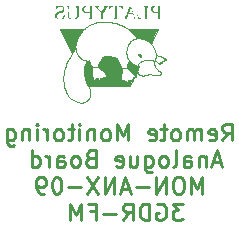
<source format=gbr>
%TF.GenerationSoftware,KiCad,Pcbnew,9.0.2*%
%TF.CreationDate,2025-07-04T16:32:19+10:00*%
%TF.ProjectId,v9_equip_analog_IDC,76395f65-7175-4697-905f-616e616c6f67,rev?*%
%TF.SameCoordinates,Original*%
%TF.FileFunction,Legend,Bot*%
%TF.FilePolarity,Positive*%
%FSLAX46Y46*%
G04 Gerber Fmt 4.6, Leading zero omitted, Abs format (unit mm)*
G04 Created by KiCad (PCBNEW 9.0.2) date 2025-07-04 16:32:19*
%MOMM*%
%LPD*%
G01*
G04 APERTURE LIST*
%ADD10C,0.066145*%
%ADD11C,0.053477*%
%ADD12C,0.100000*%
%ADD13C,0.254000*%
%ADD14R,2.000000X2.000000*%
%ADD15C,3.500000*%
%ADD16R,1.650000X1.650000*%
%ADD17C,1.650000*%
%ADD18C,1.440000*%
%ADD19R,1.700000X1.700000*%
%ADD20C,1.700000*%
G04 APERTURE END LIST*
D10*
X35381052Y-19820879D02*
X35466161Y-19826914D01*
X35544611Y-19837683D01*
X35562589Y-19841080D01*
X35579485Y-19844715D01*
X35595333Y-19848590D01*
X35610167Y-19852709D01*
X35624018Y-19857076D01*
X35636919Y-19861693D01*
X35648905Y-19866563D01*
X35660007Y-19871690D01*
X35670259Y-19877077D01*
X35679694Y-19882727D01*
X35688345Y-19888644D01*
X35696244Y-19894830D01*
X35703425Y-19901289D01*
X35709920Y-19908023D01*
X35715764Y-19915037D01*
X35720988Y-19922334D01*
X35725625Y-19929915D01*
X35729709Y-19937786D01*
X35733273Y-19945948D01*
X35736350Y-19954406D01*
X35738972Y-19963162D01*
X35741172Y-19972219D01*
X35744441Y-19991252D01*
X35746420Y-20011529D01*
X35747372Y-20033076D01*
X35747563Y-20055919D01*
X35747255Y-20080084D01*
X35747694Y-20114520D01*
X35751819Y-20152804D01*
X35759624Y-20194389D01*
X35771100Y-20238732D01*
X35786242Y-20285285D01*
X35805041Y-20333503D01*
X35827490Y-20382842D01*
X35853582Y-20432755D01*
X35883309Y-20482698D01*
X35916664Y-20532124D01*
X35953640Y-20580489D01*
X35994229Y-20627247D01*
X36038424Y-20671852D01*
X36061872Y-20693177D01*
X36086218Y-20713759D01*
X36111463Y-20733531D01*
X36137604Y-20752423D01*
X36164641Y-20770368D01*
X36192573Y-20787298D01*
X36192574Y-20787298D01*
X36192575Y-20787299D01*
X36192575Y-20787300D01*
X36192576Y-20787300D01*
X36192577Y-20787302D01*
X36192577Y-20787303D01*
X36192578Y-20787304D01*
X36192579Y-20787304D01*
X36192579Y-20787305D01*
X36192580Y-20787305D01*
X36192580Y-20787306D01*
X36192581Y-20787306D01*
X36227895Y-20809209D01*
X36258407Y-20830840D01*
X36284255Y-20852145D01*
X36305576Y-20873071D01*
X36322509Y-20893565D01*
X36335192Y-20913574D01*
X36343761Y-20933045D01*
X36348356Y-20951925D01*
X36349114Y-20970161D01*
X36346173Y-20987699D01*
X36339670Y-21004487D01*
X36329744Y-21020472D01*
X36316533Y-21035600D01*
X36300174Y-21049818D01*
X36280806Y-21063074D01*
X36258566Y-21075313D01*
X36233592Y-21086484D01*
X36206022Y-21096533D01*
X36143645Y-21113052D01*
X36072539Y-21124447D01*
X35993807Y-21130291D01*
X35908551Y-21130162D01*
X35817875Y-21123634D01*
X35722883Y-21110282D01*
X35624676Y-21089681D01*
X35593265Y-21082485D01*
X35562814Y-21076324D01*
X35533299Y-21071151D01*
X35504698Y-21066920D01*
X35476987Y-21063581D01*
X35450143Y-21061088D01*
X35424145Y-21059393D01*
X35398968Y-21058448D01*
X35374590Y-21058206D01*
X35350988Y-21058620D01*
X35306021Y-21061221D01*
X35263883Y-21065873D01*
X35224391Y-21072194D01*
X35187361Y-21079803D01*
X35152611Y-21088320D01*
X35119957Y-21097364D01*
X35089216Y-21106555D01*
X35032741Y-21123852D01*
X35006639Y-21131198D01*
X34981718Y-21137167D01*
X34948195Y-21143404D01*
X34914306Y-21148879D01*
X34880154Y-21153418D01*
X34845839Y-21156844D01*
X34811467Y-21158982D01*
X34777138Y-21159656D01*
X34742956Y-21158689D01*
X34709023Y-21155907D01*
X34675442Y-21151134D01*
X34642315Y-21144194D01*
X34609746Y-21134911D01*
X34577835Y-21123109D01*
X34562160Y-21116208D01*
X34546688Y-21108613D01*
X34531432Y-21100299D01*
X34516404Y-21091246D01*
X34501619Y-21081432D01*
X34487089Y-21070834D01*
X34472826Y-21059431D01*
X34458843Y-21047201D01*
X34438458Y-21028145D01*
X34419952Y-21009374D01*
X34403273Y-20990851D01*
X34388366Y-20972538D01*
X34375175Y-20954400D01*
X34363647Y-20936399D01*
X34353727Y-20918497D01*
X34345360Y-20900658D01*
X34338492Y-20882845D01*
X34333069Y-20865020D01*
X34329035Y-20847147D01*
X34326337Y-20829188D01*
X34324919Y-20811106D01*
X34324728Y-20792865D01*
X34325709Y-20774427D01*
X34327807Y-20755755D01*
X34330968Y-20736813D01*
X34335137Y-20717562D01*
X34346282Y-20677989D01*
X34360805Y-20636739D01*
X34378272Y-20593516D01*
X34420289Y-20499965D01*
X34468843Y-20394964D01*
X34470602Y-20390094D01*
X34471683Y-20385321D01*
X34472128Y-20380640D01*
X34471976Y-20376045D01*
X34471269Y-20371530D01*
X34470048Y-20367090D01*
X34468353Y-20362720D01*
X34466225Y-20358414D01*
X34463705Y-20354166D01*
X34460834Y-20349972D01*
X34457652Y-20345825D01*
X34454200Y-20341720D01*
X34446650Y-20333615D01*
X34438510Y-20325613D01*
X34421765Y-20309740D01*
X34413812Y-20301782D01*
X34406573Y-20293750D01*
X34403324Y-20289693D01*
X34400375Y-20285602D01*
X34397769Y-20281470D01*
X34395545Y-20277293D01*
X34393744Y-20273064D01*
X34392407Y-20268778D01*
X34391575Y-20264431D01*
X34391289Y-20260015D01*
X34393909Y-20226724D01*
X34400696Y-20194789D01*
X34411449Y-20164203D01*
X34425967Y-20134962D01*
X34444049Y-20107058D01*
X34465494Y-20080487D01*
X34490101Y-20055242D01*
X34517669Y-20031317D01*
X34547995Y-20008706D01*
X34580881Y-19987403D01*
X34653522Y-19948698D01*
X34733984Y-19915155D01*
X34820658Y-19886726D01*
X34911935Y-19863364D01*
X35006205Y-19845020D01*
X35101861Y-19831647D01*
X35197294Y-19823197D01*
X35290894Y-19819624D01*
X35381052Y-19820879D01*
D11*
X29826924Y-17186865D02*
X29826916Y-17186865D01*
X29826924Y-17186858D01*
X29826924Y-17186865D01*
G36*
X29826924Y-17186865D02*
G01*
X29826916Y-17186865D01*
X29826924Y-17186858D01*
X29826924Y-17186865D01*
G37*
D10*
X30977188Y-20401356D02*
X30986248Y-20414951D01*
X31006391Y-20441302D01*
X31029027Y-20466658D01*
X31053906Y-20491164D01*
X31080778Y-20514968D01*
X31109395Y-20538215D01*
X31139507Y-20561052D01*
X31170865Y-20583626D01*
X31303772Y-20674213D01*
X31371223Y-20721733D01*
X31404326Y-20746562D01*
X31436680Y-20772299D01*
X31452210Y-20785748D01*
X31467362Y-20800265D01*
X31482128Y-20815763D01*
X31496498Y-20832152D01*
X31524006Y-20867254D01*
X31549806Y-20904862D01*
X31573818Y-20944272D01*
X31595961Y-20984777D01*
X31616154Y-21025670D01*
X31634317Y-21066244D01*
X31650370Y-21105793D01*
X31664231Y-21143611D01*
X31675820Y-21178991D01*
X31685056Y-21211226D01*
X31691860Y-21239610D01*
X31696150Y-21263437D01*
X31697845Y-21282000D01*
X31697695Y-21289086D01*
X31696866Y-21294592D01*
X31694693Y-21298860D01*
X31691945Y-21302327D01*
X31688647Y-21305037D01*
X31684826Y-21307038D01*
X31680506Y-21308376D01*
X31675713Y-21309098D01*
X31670473Y-21309251D01*
X31664811Y-21308882D01*
X31652327Y-21306762D01*
X31638464Y-21303111D01*
X31623429Y-21298304D01*
X31607427Y-21292714D01*
X31573340Y-21280677D01*
X31555666Y-21274977D01*
X31537846Y-21269987D01*
X31520084Y-21266081D01*
X31502587Y-21263633D01*
X31494001Y-21263072D01*
X31485558Y-21263015D01*
X31477284Y-21263509D01*
X31469204Y-21264601D01*
X31461583Y-21266678D01*
X31454650Y-21269596D01*
X31448372Y-21273299D01*
X31442720Y-21277735D01*
X31437661Y-21282850D01*
X31433164Y-21288591D01*
X31429199Y-21294903D01*
X31425734Y-21301734D01*
X31422738Y-21309030D01*
X31420180Y-21316738D01*
X31418029Y-21324803D01*
X31416254Y-21333172D01*
X31413705Y-21350609D01*
X31412285Y-21368622D01*
X31411744Y-21386780D01*
X31411834Y-21404657D01*
X31412909Y-21437852D01*
X31413516Y-21464780D01*
X31413021Y-21474824D01*
X31411661Y-21482015D01*
X31409184Y-21483665D01*
X31406448Y-21484433D01*
X31403458Y-21484375D01*
X31400217Y-21483548D01*
X31396731Y-21482007D01*
X31393004Y-21479808D01*
X31384845Y-21473660D01*
X31375777Y-21465549D01*
X31365837Y-21455923D01*
X31343487Y-21433911D01*
X31331151Y-21422418D01*
X31318089Y-21411196D01*
X31304338Y-21400692D01*
X31297215Y-21395848D01*
X31289934Y-21391351D01*
X31282499Y-21387257D01*
X31274915Y-21383622D01*
X31267186Y-21380500D01*
X31259317Y-21377949D01*
X31251312Y-21376024D01*
X31243177Y-21374781D01*
X31234915Y-21374275D01*
X31226531Y-21374563D01*
X31218106Y-21375938D01*
X31210174Y-21378152D01*
X31202714Y-21381150D01*
X31195708Y-21384878D01*
X31189133Y-21389281D01*
X31182971Y-21394305D01*
X31177201Y-21399895D01*
X31171804Y-21405997D01*
X31166758Y-21412557D01*
X31162043Y-21419520D01*
X31157640Y-21426832D01*
X31153529Y-21434438D01*
X31146099Y-21450314D01*
X31139593Y-21466714D01*
X31133849Y-21483201D01*
X31128707Y-21499341D01*
X31119579Y-21528836D01*
X31115272Y-21541320D01*
X31110921Y-21551714D01*
X31108678Y-21555991D01*
X31106364Y-21559582D01*
X31103958Y-21562433D01*
X31101441Y-21564489D01*
X31097827Y-21566307D01*
X31094019Y-21566672D01*
X31090013Y-21565685D01*
X31085805Y-21563445D01*
X31081392Y-21560051D01*
X31076770Y-21555605D01*
X31066885Y-21543950D01*
X31018256Y-21475150D01*
X31003681Y-21456394D01*
X30988079Y-21438612D01*
X30979884Y-21430335D01*
X30971421Y-21422601D01*
X30962688Y-21415510D01*
X30953679Y-21409160D01*
X30944392Y-21403653D01*
X30934823Y-21399087D01*
X30924968Y-21395563D01*
X30914823Y-21393180D01*
X30904386Y-21392038D01*
X30893651Y-21392236D01*
X30882616Y-21393875D01*
X30871277Y-21397054D01*
X30860308Y-21401437D01*
X30849904Y-21406577D01*
X30840042Y-21412414D01*
X30830701Y-21418886D01*
X30821858Y-21425931D01*
X30813492Y-21433486D01*
X30805580Y-21441492D01*
X30798100Y-21449884D01*
X30791031Y-21458603D01*
X30784350Y-21467586D01*
X30772066Y-21486096D01*
X30761071Y-21504921D01*
X30751191Y-21523567D01*
X30734070Y-21558344D01*
X30726476Y-21573486D01*
X30719294Y-21586472D01*
X30715801Y-21592002D01*
X30712345Y-21596808D01*
X30708904Y-21600827D01*
X30705456Y-21603999D01*
X30701978Y-21606260D01*
X30698449Y-21607551D01*
X30694847Y-21607808D01*
X30691149Y-21606970D01*
X30670976Y-21596174D01*
X30652172Y-21581285D01*
X30634682Y-21562544D01*
X30618453Y-21540193D01*
X30603432Y-21514472D01*
X30589565Y-21485623D01*
X30565079Y-21419503D01*
X30544566Y-21343764D01*
X30527596Y-21260334D01*
X30513742Y-21171142D01*
X30502574Y-21078117D01*
X30486582Y-20888287D01*
X30476189Y-20706275D01*
X30467966Y-20547516D01*
X30458482Y-20427442D01*
X30495765Y-20429903D01*
X30532537Y-20431669D01*
X30568752Y-20432746D01*
X30604366Y-20433142D01*
X30639334Y-20432865D01*
X30673614Y-20431922D01*
X30707161Y-20430320D01*
X30739931Y-20428066D01*
X30771881Y-20425168D01*
X30802965Y-20421633D01*
X30833140Y-20417469D01*
X30862363Y-20412682D01*
X30890589Y-20407280D01*
X30917774Y-20401270D01*
X30943874Y-20394660D01*
X30968845Y-20387457D01*
X30977188Y-20401356D01*
D11*
X29750953Y-17258928D02*
X29679979Y-17333131D01*
X29613820Y-17409212D01*
X29552292Y-17486920D01*
X29495213Y-17566001D01*
X29442399Y-17646202D01*
X29393668Y-17727271D01*
X29348837Y-17808955D01*
X29307722Y-17891001D01*
X29270142Y-17973157D01*
X29235912Y-18055168D01*
X29204849Y-18136783D01*
X29176772Y-18217749D01*
X29151496Y-18297813D01*
X29128840Y-18376721D01*
X29108619Y-18454222D01*
X29101142Y-18486803D01*
X29094805Y-18519303D01*
X29089560Y-18551714D01*
X29085358Y-18584024D01*
X29082150Y-18616227D01*
X29079887Y-18648311D01*
X29078520Y-18680267D01*
X29078000Y-18712088D01*
X29065529Y-18747334D01*
X29052070Y-18782346D01*
X29037666Y-18817169D01*
X29022362Y-18851855D01*
X29006200Y-18886451D01*
X28989225Y-18921005D01*
X28953009Y-18990184D01*
X28914064Y-19059781D01*
X28872740Y-19130185D01*
X28784351Y-19274969D01*
X27783635Y-17190215D01*
X29826916Y-17186865D01*
X29750953Y-17258928D01*
G36*
X29750953Y-17258928D02*
G01*
X29679979Y-17333131D01*
X29613820Y-17409212D01*
X29552292Y-17486920D01*
X29495213Y-17566001D01*
X29442399Y-17646202D01*
X29393668Y-17727271D01*
X29348837Y-17808955D01*
X29307722Y-17891001D01*
X29270142Y-17973157D01*
X29235912Y-18055168D01*
X29204849Y-18136783D01*
X29176772Y-18217749D01*
X29151496Y-18297813D01*
X29128840Y-18376721D01*
X29108619Y-18454222D01*
X29101142Y-18486803D01*
X29094805Y-18519303D01*
X29089560Y-18551714D01*
X29085358Y-18584024D01*
X29082150Y-18616227D01*
X29079887Y-18648311D01*
X29078520Y-18680267D01*
X29078000Y-18712088D01*
X29065529Y-18747334D01*
X29052070Y-18782346D01*
X29037666Y-18817169D01*
X29022362Y-18851855D01*
X29006200Y-18886451D01*
X28989225Y-18921005D01*
X28953009Y-18990184D01*
X28914064Y-19059781D01*
X28872740Y-19130185D01*
X28784351Y-19274969D01*
X27783635Y-17190215D01*
X29826916Y-17186865D01*
X29750953Y-17258928D01*
G37*
D10*
X31554889Y-16585746D02*
X31680794Y-16592045D01*
X31812533Y-16603488D01*
X31949139Y-16620223D01*
X32089645Y-16642402D01*
X32233082Y-16670175D01*
X32378484Y-16703690D01*
X32524882Y-16743100D01*
X32671310Y-16788553D01*
X32816800Y-16840200D01*
X32960384Y-16898191D01*
X33101095Y-16962675D01*
X33237965Y-17033804D01*
X33294125Y-17066077D01*
X33347332Y-17098674D01*
X33397771Y-17131553D01*
X33445627Y-17164674D01*
X33534329Y-17231473D01*
X33614913Y-17298737D01*
X33688857Y-17366132D01*
X33757637Y-17433326D01*
X33885614Y-17565778D01*
X33947765Y-17630370D01*
X34010660Y-17693427D01*
X34075775Y-17754618D01*
X34144588Y-17813609D01*
X34218576Y-17870067D01*
X34257972Y-17897242D01*
X34299215Y-17923659D01*
X34342490Y-17949275D01*
X34387982Y-17974051D01*
X34435876Y-17997943D01*
X34486355Y-18020911D01*
X34430834Y-18013770D01*
X34376848Y-18010060D01*
X34324394Y-18009635D01*
X34273469Y-18012354D01*
X34224068Y-18018073D01*
X34176188Y-18026648D01*
X34129825Y-18037937D01*
X34084975Y-18051796D01*
X34041636Y-18068082D01*
X33999803Y-18086652D01*
X33959472Y-18107362D01*
X33920640Y-18130070D01*
X33883303Y-18154632D01*
X33847458Y-18180904D01*
X33813100Y-18208745D01*
X33780227Y-18238010D01*
X33718919Y-18300240D01*
X33663503Y-18366449D01*
X33613951Y-18435492D01*
X33570234Y-18506222D01*
X33532321Y-18577494D01*
X33500183Y-18648162D01*
X33473792Y-18717080D01*
X33453118Y-18783102D01*
X33434774Y-18852673D01*
X33419300Y-18922650D01*
X33406926Y-18992972D01*
X33397883Y-19063575D01*
X33392402Y-19134398D01*
X33390715Y-19205379D01*
X33393051Y-19276454D01*
X33399642Y-19347563D01*
X33410719Y-19418642D01*
X33426512Y-19489630D01*
X33447252Y-19560464D01*
X33473171Y-19631081D01*
X33504500Y-19701421D01*
X33541468Y-19771420D01*
X33584307Y-19841016D01*
X33633248Y-19910147D01*
X33615580Y-19949686D01*
X33597450Y-19986209D01*
X33579101Y-20020272D01*
X33560773Y-20052432D01*
X33525152Y-20113267D01*
X33508342Y-20143055D01*
X33492521Y-20173165D01*
X33477932Y-20204154D01*
X33464816Y-20236578D01*
X33458886Y-20253501D01*
X33453415Y-20270993D01*
X33448433Y-20289121D01*
X33443971Y-20307956D01*
X33440059Y-20327566D01*
X33436726Y-20348023D01*
X33434004Y-20369394D01*
X33431922Y-20391751D01*
X33430510Y-20415161D01*
X33429800Y-20439696D01*
X33429820Y-20465424D01*
X33430602Y-20492414D01*
X33369865Y-20498333D01*
X33315285Y-20502727D01*
X33264106Y-20505247D01*
X33238930Y-20505694D01*
X33213571Y-20505540D01*
X33187685Y-20504741D01*
X33160926Y-20503254D01*
X33132951Y-20501035D01*
X33103414Y-20498039D01*
X33071972Y-20494223D01*
X33038280Y-20489543D01*
X32962767Y-20477415D01*
X32953228Y-20450141D01*
X32942948Y-20423573D01*
X32920432Y-20372329D01*
X32895746Y-20323239D01*
X32869419Y-20275854D01*
X32841977Y-20229729D01*
X32813949Y-20184416D01*
X32758246Y-20094443D01*
X32731625Y-20048889D01*
X32706529Y-20002362D01*
X32683486Y-19954414D01*
X32663022Y-19904599D01*
X32653923Y-19878852D01*
X32645666Y-19852471D01*
X32638318Y-19825400D01*
X32631946Y-19797583D01*
X32626613Y-19768964D01*
X32622388Y-19739488D01*
X32619336Y-19709099D01*
X32617522Y-19677740D01*
X32574908Y-19658963D01*
X32521120Y-19639517D01*
X32457474Y-19619902D01*
X32385285Y-19600620D01*
X32305870Y-19582174D01*
X32220543Y-19565063D01*
X32130621Y-19549790D01*
X32037419Y-19536857D01*
X31942253Y-19526764D01*
X31846438Y-19520013D01*
X31751290Y-19517106D01*
X31658125Y-19518545D01*
X31568258Y-19524830D01*
X31483004Y-19536463D01*
X31403680Y-19553946D01*
X31366653Y-19565038D01*
X31331602Y-19577780D01*
X31331604Y-19577787D01*
X31309033Y-19649916D01*
X31283088Y-19718352D01*
X31254496Y-19783265D01*
X31223988Y-19844829D01*
X31192293Y-19903216D01*
X31160140Y-19958597D01*
X31097375Y-20061031D01*
X31041530Y-20153508D01*
X31018025Y-20196443D01*
X30998438Y-20237405D01*
X30983497Y-20276565D01*
X30977997Y-20295524D01*
X30973933Y-20314097D01*
X30971394Y-20332306D01*
X30970474Y-20350172D01*
X30971261Y-20367717D01*
X30973849Y-20384962D01*
X30871902Y-20412920D01*
X30818172Y-20426430D01*
X30789952Y-20432555D01*
X30760573Y-20438065D01*
X30729845Y-20442814D01*
X30697578Y-20446655D01*
X30663582Y-20449441D01*
X30627665Y-20451027D01*
X30589638Y-20451265D01*
X30549309Y-20450010D01*
X30506488Y-20447115D01*
X30460984Y-20442434D01*
X30459700Y-20430438D01*
X30457307Y-20417891D01*
X30453882Y-20404812D01*
X30449503Y-20391220D01*
X30438195Y-20362580D01*
X30424007Y-20332128D01*
X30407561Y-20300022D01*
X30389480Y-20266418D01*
X30350907Y-20195348D01*
X30331661Y-20158196D01*
X30313272Y-20120177D01*
X30296364Y-20081448D01*
X30281559Y-20042166D01*
X30275141Y-20022367D01*
X30269481Y-20002488D01*
X30264659Y-19982551D01*
X30260753Y-19962573D01*
X30257839Y-19942575D01*
X30255997Y-19922577D01*
X30255303Y-19902598D01*
X30255836Y-19882658D01*
X30218459Y-19887278D01*
X30183036Y-19890804D01*
X30149232Y-19893195D01*
X30116714Y-19894412D01*
X30085150Y-19894413D01*
X30054204Y-19893158D01*
X30023544Y-19890608D01*
X29992837Y-19886721D01*
X29961748Y-19881459D01*
X29929945Y-19874779D01*
X29897094Y-19866642D01*
X29862861Y-19857008D01*
X29826913Y-19845837D01*
X29788917Y-19833088D01*
X29748538Y-19818720D01*
X29705444Y-19802694D01*
X29675121Y-19789632D01*
X29644280Y-19773927D01*
X29613048Y-19755657D01*
X29581552Y-19734905D01*
X29549918Y-19711749D01*
X29518274Y-19686271D01*
X29486746Y-19658549D01*
X29455461Y-19628664D01*
X29424547Y-19596696D01*
X29394129Y-19562725D01*
X29364336Y-19526832D01*
X29335293Y-19489096D01*
X29307128Y-19449597D01*
X29279967Y-19408416D01*
X29253938Y-19365632D01*
X29229167Y-19321326D01*
X29205782Y-19275578D01*
X29183909Y-19228467D01*
X29163674Y-19180075D01*
X29145206Y-19130480D01*
X29128631Y-19079763D01*
X29114075Y-19028005D01*
X29101666Y-18975284D01*
X29091530Y-18921682D01*
X29083795Y-18867278D01*
X29078587Y-18812153D01*
X29076033Y-18756386D01*
X29076261Y-18700058D01*
X29079396Y-18643248D01*
X29085566Y-18586037D01*
X29094898Y-18528505D01*
X29107519Y-18470732D01*
X29143798Y-18336325D01*
X29187605Y-18198243D01*
X29239900Y-18057789D01*
X29301642Y-17916266D01*
X29373792Y-17774977D01*
X29457309Y-17635226D01*
X29553155Y-17498316D01*
X29606001Y-17431333D01*
X29662289Y-17365549D01*
X29722140Y-17301127D01*
X29785672Y-17238230D01*
X29853007Y-17177020D01*
X29924263Y-17117661D01*
X29999562Y-17060315D01*
X30079023Y-17005145D01*
X30162767Y-16952314D01*
X30250912Y-16901985D01*
X30343580Y-16854322D01*
X30440890Y-16809486D01*
X30542963Y-16767641D01*
X30649917Y-16728949D01*
X30761875Y-16693574D01*
X30878954Y-16661678D01*
X31001276Y-16633425D01*
X31128960Y-16608977D01*
X31221853Y-16596205D01*
X31324451Y-16587976D01*
X31435785Y-16584439D01*
X31554889Y-16585746D01*
D11*
X33681719Y-19943721D02*
X33716661Y-19980944D01*
X33753947Y-20017315D01*
X33793625Y-20052786D01*
X33835742Y-20087305D01*
X33880348Y-20120824D01*
X33927489Y-20153292D01*
X33977215Y-20184658D01*
X34029574Y-20214873D01*
X34084614Y-20243886D01*
X34142383Y-20271648D01*
X34202929Y-20298108D01*
X34266301Y-20323216D01*
X34332547Y-20346922D01*
X34401715Y-20369177D01*
X34473853Y-20389929D01*
X34473403Y-20395287D01*
X34473323Y-20395960D01*
X34473225Y-20396635D01*
X34473105Y-20397313D01*
X34472960Y-20397996D01*
X34472787Y-20398683D01*
X34472580Y-20399375D01*
X34472337Y-20400073D01*
X34472053Y-20400778D01*
X34420202Y-20513484D01*
X34397133Y-20564707D01*
X34376638Y-20613018D01*
X34367514Y-20636200D01*
X34359221Y-20658796D01*
X34351824Y-20680854D01*
X34345384Y-20702421D01*
X34339965Y-20723545D01*
X34335630Y-20744274D01*
X34332441Y-20764654D01*
X34330461Y-20784735D01*
X34170395Y-21114431D01*
X34144551Y-21168173D01*
X34115776Y-21134123D01*
X34081244Y-21097050D01*
X34041733Y-21057379D01*
X33998021Y-21015536D01*
X33901106Y-20927032D01*
X33796722Y-20834939D01*
X33590440Y-20653591D01*
X33500989Y-20571138D01*
X33462409Y-20533455D01*
X33429076Y-20498819D01*
X33429594Y-20498739D01*
X33430195Y-20498660D01*
X33430770Y-20498596D01*
X33431334Y-20498544D01*
X33432479Y-20498449D01*
X33433087Y-20498397D01*
X33433737Y-20498335D01*
X33432992Y-20471316D01*
X33433079Y-20445505D01*
X33433963Y-20420838D01*
X33435609Y-20397247D01*
X33437982Y-20374668D01*
X33441047Y-20353033D01*
X33444769Y-20332277D01*
X33449114Y-20312335D01*
X33454046Y-20293139D01*
X33459530Y-20274625D01*
X33465532Y-20256726D01*
X33472017Y-20239377D01*
X33486293Y-20206062D01*
X33502080Y-20174153D01*
X33519099Y-20143123D01*
X33537069Y-20112444D01*
X33574748Y-20050029D01*
X33593896Y-20017238D01*
X33612879Y-19982689D01*
X33631416Y-19945852D01*
X33649228Y-19906202D01*
X33649071Y-19905699D01*
X33681719Y-19943721D01*
G36*
X33681719Y-19943721D02*
G01*
X33716661Y-19980944D01*
X33753947Y-20017315D01*
X33793625Y-20052786D01*
X33835742Y-20087305D01*
X33880348Y-20120824D01*
X33927489Y-20153292D01*
X33977215Y-20184658D01*
X34029574Y-20214873D01*
X34084614Y-20243886D01*
X34142383Y-20271648D01*
X34202929Y-20298108D01*
X34266301Y-20323216D01*
X34332547Y-20346922D01*
X34401715Y-20369177D01*
X34473853Y-20389929D01*
X34473403Y-20395287D01*
X34473323Y-20395960D01*
X34473225Y-20396635D01*
X34473105Y-20397313D01*
X34472960Y-20397996D01*
X34472787Y-20398683D01*
X34472580Y-20399375D01*
X34472337Y-20400073D01*
X34472053Y-20400778D01*
X34420202Y-20513484D01*
X34397133Y-20564707D01*
X34376638Y-20613018D01*
X34367514Y-20636200D01*
X34359221Y-20658796D01*
X34351824Y-20680854D01*
X34345384Y-20702421D01*
X34339965Y-20723545D01*
X34335630Y-20744274D01*
X34332441Y-20764654D01*
X34330461Y-20784735D01*
X34170395Y-21114431D01*
X34144551Y-21168173D01*
X34115776Y-21134123D01*
X34081244Y-21097050D01*
X34041733Y-21057379D01*
X33998021Y-21015536D01*
X33901106Y-20927032D01*
X33796722Y-20834939D01*
X33590440Y-20653591D01*
X33500989Y-20571138D01*
X33462409Y-20533455D01*
X33429076Y-20498819D01*
X33429594Y-20498739D01*
X33430195Y-20498660D01*
X33430770Y-20498596D01*
X33431334Y-20498544D01*
X33432479Y-20498449D01*
X33433087Y-20498397D01*
X33433737Y-20498335D01*
X33432992Y-20471316D01*
X33433079Y-20445505D01*
X33433963Y-20420838D01*
X33435609Y-20397247D01*
X33437982Y-20374668D01*
X33441047Y-20353033D01*
X33444769Y-20332277D01*
X33449114Y-20312335D01*
X33454046Y-20293139D01*
X33459530Y-20274625D01*
X33465532Y-20256726D01*
X33472017Y-20239377D01*
X33486293Y-20206062D01*
X33502080Y-20174153D01*
X33519099Y-20143123D01*
X33537069Y-20112444D01*
X33574748Y-20050029D01*
X33593896Y-20017238D01*
X33612879Y-19982689D01*
X33631416Y-19945852D01*
X33649228Y-19906202D01*
X33649071Y-19905699D01*
X33681719Y-19943721D01*
G37*
D10*
X35950846Y-19430661D02*
X36001891Y-19449698D01*
X36057063Y-19467894D01*
X36115434Y-19485676D01*
X36238066Y-19521712D01*
X36300472Y-19540822D01*
X36362368Y-19561233D01*
X36422828Y-19583371D01*
X36480925Y-19607665D01*
X36535730Y-19634543D01*
X36561609Y-19649085D01*
X36586317Y-19664434D01*
X36609739Y-19680643D01*
X36631759Y-19697766D01*
X36652261Y-19715856D01*
X36671129Y-19734967D01*
X36688246Y-19755153D01*
X36703498Y-19776466D01*
X36716769Y-19798961D01*
X36727941Y-19822691D01*
X36729229Y-19826024D01*
X36729830Y-19828563D01*
X36729776Y-19830366D01*
X36729099Y-19831489D01*
X36727830Y-19831988D01*
X36726000Y-19831919D01*
X36720787Y-19830302D01*
X36683847Y-19812378D01*
X36671854Y-19807284D01*
X36659264Y-19802846D01*
X36652824Y-19801013D01*
X36646329Y-19799513D01*
X36639812Y-19798402D01*
X36633303Y-19797736D01*
X36626834Y-19797571D01*
X36620438Y-19797965D01*
X36614145Y-19798972D01*
X36607987Y-19800650D01*
X36601996Y-19803055D01*
X36596203Y-19806242D01*
X36590640Y-19810269D01*
X36585338Y-19815191D01*
X36580468Y-19820741D01*
X36576157Y-19826148D01*
X36572379Y-19831417D01*
X36569108Y-19836549D01*
X36566317Y-19841550D01*
X36563980Y-19846423D01*
X36562069Y-19851171D01*
X36560559Y-19855798D01*
X36559423Y-19860309D01*
X36558633Y-19864705D01*
X36558165Y-19868992D01*
X36557990Y-19873173D01*
X36558083Y-19877252D01*
X36558417Y-19881231D01*
X36558965Y-19885115D01*
X36559701Y-19888908D01*
X36560598Y-19892613D01*
X36561630Y-19896234D01*
X36563992Y-19903238D01*
X36569162Y-19916396D01*
X36571545Y-19922610D01*
X36573511Y-19928618D01*
X36574270Y-19931555D01*
X36574846Y-19934451D01*
X36575211Y-19937311D01*
X36575338Y-19940138D01*
X36575312Y-19942606D01*
X36574780Y-19944420D01*
X36573762Y-19945628D01*
X36572279Y-19946279D01*
X36570353Y-19946421D01*
X36568005Y-19946102D01*
X36562125Y-19944278D01*
X36525927Y-19928269D01*
X36514550Y-19924029D01*
X36502580Y-19920469D01*
X36496425Y-19919066D01*
X36490185Y-19917979D01*
X36483881Y-19917256D01*
X36477533Y-19916945D01*
X36471164Y-19917096D01*
X36464793Y-19917756D01*
X36458443Y-19918975D01*
X36452134Y-19920801D01*
X36445888Y-19923281D01*
X36439724Y-19926466D01*
X36433666Y-19930403D01*
X36427732Y-19935140D01*
X36422003Y-19940528D01*
X36416984Y-19945911D01*
X36412640Y-19951284D01*
X36408933Y-19956641D01*
X36405827Y-19961979D01*
X36403285Y-19967291D01*
X36401271Y-19972573D01*
X36399748Y-19977820D01*
X36398680Y-19983026D01*
X36398029Y-19988187D01*
X36397759Y-19993298D01*
X36397834Y-19998353D01*
X36398216Y-20003348D01*
X36398870Y-20008278D01*
X36399758Y-20013137D01*
X36400844Y-20017920D01*
X36403463Y-20027241D01*
X36406434Y-20036199D01*
X36412259Y-20052867D01*
X36414527Y-20060496D01*
X36415372Y-20064117D01*
X36415974Y-20067602D01*
X36416298Y-20070947D01*
X36416307Y-20074145D01*
X36415965Y-20077192D01*
X36415233Y-20080084D01*
X36413751Y-20083196D01*
X36411675Y-20085539D01*
X36409039Y-20087163D01*
X36405881Y-20088117D01*
X36402235Y-20088453D01*
X36398137Y-20088221D01*
X36393623Y-20087470D01*
X36388730Y-20086253D01*
X36377944Y-20082615D01*
X36366067Y-20077711D01*
X36340179Y-20065715D01*
X36313354Y-20053484D01*
X36300304Y-20048287D01*
X36287877Y-20044240D01*
X36281986Y-20042773D01*
X36276359Y-20041744D01*
X36271030Y-20041205D01*
X36266035Y-20041204D01*
X36261411Y-20041793D01*
X36257193Y-20043021D01*
X36253416Y-20044939D01*
X36250116Y-20047598D01*
X36246996Y-20050715D01*
X36244192Y-20053966D01*
X36241683Y-20057342D01*
X36239446Y-20060829D01*
X36237460Y-20064417D01*
X36235703Y-20068095D01*
X36234155Y-20071850D01*
X36232793Y-20075671D01*
X36230544Y-20083467D01*
X36228781Y-20091392D01*
X36226031Y-20107259D01*
X36224698Y-20115018D01*
X36223164Y-20122540D01*
X36221256Y-20129733D01*
X36220108Y-20133177D01*
X36218802Y-20136504D01*
X36217316Y-20139704D01*
X36215629Y-20142764D01*
X36213720Y-20145673D01*
X36211566Y-20148419D01*
X36209147Y-20150992D01*
X36206440Y-20153379D01*
X36203425Y-20155570D01*
X36200079Y-20157553D01*
X36194792Y-20159053D01*
X36188360Y-20158927D01*
X36180857Y-20157262D01*
X36172354Y-20154145D01*
X36162924Y-20149662D01*
X36152639Y-20143901D01*
X36129795Y-20128891D01*
X36104399Y-20109810D01*
X36077033Y-20087355D01*
X36048273Y-20062220D01*
X36018700Y-20035101D01*
X35959430Y-19977693D01*
X35903853Y-19920694D01*
X35856603Y-19869670D01*
X35822311Y-19830183D01*
X35822296Y-19830183D01*
X35830122Y-19809271D01*
X35837644Y-19786930D01*
X35844851Y-19763316D01*
X35851732Y-19738581D01*
X35864471Y-19686366D01*
X35875774Y-19631515D01*
X35885551Y-19575257D01*
X35893716Y-19518825D01*
X35900180Y-19463446D01*
X35904854Y-19410353D01*
X35950846Y-19430661D01*
X34469468Y-18008614D02*
X34528566Y-18011786D01*
X34587919Y-18017520D01*
X34647401Y-18025814D01*
X34706884Y-18036665D01*
X34766242Y-18050069D01*
X34825350Y-18066023D01*
X34884080Y-18084524D01*
X34942306Y-18105568D01*
X34999902Y-18129153D01*
X35056740Y-18155275D01*
X35112696Y-18183932D01*
X35167642Y-18215119D01*
X35221452Y-18248833D01*
X35274000Y-18285073D01*
X35325159Y-18323833D01*
X35374802Y-18365112D01*
X35422803Y-18408905D01*
X35469037Y-18455210D01*
X35513375Y-18504023D01*
X35555693Y-18555342D01*
X35595863Y-18609162D01*
X35633758Y-18665482D01*
X35669254Y-18724297D01*
X35702223Y-18785605D01*
X35736563Y-18854477D01*
X35768081Y-18921791D01*
X35796477Y-18988035D01*
X35821449Y-19053701D01*
X35842699Y-19119278D01*
X35859924Y-19185259D01*
X35872826Y-19252132D01*
X35881102Y-19320390D01*
X35884453Y-19390521D01*
X35882577Y-19463018D01*
X35875176Y-19538369D01*
X35861947Y-19617067D01*
X35842592Y-19699601D01*
X35816808Y-19786461D01*
X35784296Y-19878140D01*
X35744755Y-19975126D01*
X35739019Y-19961021D01*
X35732615Y-19947743D01*
X35725561Y-19935268D01*
X35717880Y-19923574D01*
X35709590Y-19912638D01*
X35700712Y-19902436D01*
X35691265Y-19892947D01*
X35681271Y-19884146D01*
X35670750Y-19876012D01*
X35659720Y-19868521D01*
X35648204Y-19861651D01*
X35636220Y-19855378D01*
X35610931Y-19844533D01*
X35584014Y-19835805D01*
X35555632Y-19829009D01*
X35525946Y-19823964D01*
X35495115Y-19820485D01*
X35463303Y-19818390D01*
X35430670Y-19817496D01*
X35397377Y-19817619D01*
X35329458Y-19820189D01*
X35233417Y-19827414D01*
X35143148Y-19836052D01*
X35058501Y-19846228D01*
X34979325Y-19858065D01*
X34905470Y-19871689D01*
X34836787Y-19887224D01*
X34804337Y-19895747D01*
X34773124Y-19904794D01*
X34743128Y-19914381D01*
X34714331Y-19924524D01*
X34686714Y-19935238D01*
X34660259Y-19946538D01*
X34634946Y-19958441D01*
X34610756Y-19970961D01*
X34587672Y-19984114D01*
X34565674Y-19997916D01*
X34544743Y-20012383D01*
X34524860Y-20027530D01*
X34506008Y-20043372D01*
X34488166Y-20059925D01*
X34471317Y-20077204D01*
X34455441Y-20095226D01*
X34440519Y-20114006D01*
X34426534Y-20133559D01*
X34413466Y-20153901D01*
X34401296Y-20175047D01*
X34396306Y-20181344D01*
X34392106Y-20187590D01*
X34388662Y-20193791D01*
X34385943Y-20199954D01*
X34383917Y-20206086D01*
X34382551Y-20212193D01*
X34381814Y-20218283D01*
X34381673Y-20224363D01*
X34382096Y-20230439D01*
X34383052Y-20236518D01*
X34384508Y-20242607D01*
X34386432Y-20248713D01*
X34388792Y-20254843D01*
X34391557Y-20261004D01*
X34398169Y-20273444D01*
X34406013Y-20286089D01*
X34414831Y-20298995D01*
X34434367Y-20325805D01*
X34444570Y-20339820D01*
X34454723Y-20354314D01*
X34464568Y-20369343D01*
X34473848Y-20384962D01*
X34397429Y-20363015D01*
X34324339Y-20339385D01*
X34254521Y-20314131D01*
X34187917Y-20287314D01*
X34124470Y-20258992D01*
X34064124Y-20229225D01*
X34006819Y-20198073D01*
X33952501Y-20165595D01*
X33901110Y-20131850D01*
X33852590Y-20096898D01*
X33806884Y-20060798D01*
X33763934Y-20023611D01*
X33723684Y-19985394D01*
X33686075Y-19946209D01*
X33651050Y-19906114D01*
X33618553Y-19865168D01*
X33588526Y-19823433D01*
X33560912Y-19780965D01*
X33535653Y-19737826D01*
X33512692Y-19694075D01*
X33491972Y-19649771D01*
X33473436Y-19604974D01*
X33457026Y-19559743D01*
X33442686Y-19514138D01*
X33419983Y-19422042D01*
X33404870Y-19329163D01*
X33396888Y-19235976D01*
X33395579Y-19142958D01*
X33395578Y-19142958D01*
X33397599Y-19097122D01*
X33401282Y-19051493D01*
X33406574Y-19006130D01*
X33413422Y-18961094D01*
X33421773Y-18916443D01*
X33431572Y-18872239D01*
X33442768Y-18828540D01*
X33455307Y-18785408D01*
X33469137Y-18742902D01*
X33484203Y-18701081D01*
X33500452Y-18660007D01*
X33517833Y-18619738D01*
X33536290Y-18580335D01*
X33555772Y-18541858D01*
X33576226Y-18504366D01*
X33597597Y-18467919D01*
X33619833Y-18432579D01*
X33642881Y-18398403D01*
X33666687Y-18365453D01*
X33691199Y-18333789D01*
X33716363Y-18303469D01*
X33742126Y-18274555D01*
X33768436Y-18247106D01*
X33795238Y-18221182D01*
X33822480Y-18196844D01*
X33850109Y-18174150D01*
X33878071Y-18153161D01*
X33906313Y-18133937D01*
X33934783Y-18116537D01*
X33963426Y-18101023D01*
X33992191Y-18087453D01*
X34021023Y-18075888D01*
X34073532Y-18058441D01*
X34127307Y-18043583D01*
X34182222Y-18031311D01*
X34238151Y-18021620D01*
X34294966Y-18014508D01*
X34352541Y-18009972D01*
X34410751Y-18008008D01*
X34469468Y-18008614D01*
D11*
X31853428Y-19517963D02*
X31949236Y-19524716D01*
X32044394Y-19534812D01*
X32137589Y-19547748D01*
X32227504Y-19563024D01*
X32312823Y-19580137D01*
X32392232Y-19598586D01*
X32464416Y-19617870D01*
X32528058Y-19637486D01*
X32581843Y-19656934D01*
X32624456Y-19675711D01*
X32626270Y-19707070D01*
X32629323Y-19737459D01*
X32633550Y-19766934D01*
X32638883Y-19795551D01*
X32645258Y-19823366D01*
X32652608Y-19850435D01*
X32660867Y-19876813D01*
X32669969Y-19902556D01*
X32690439Y-19952363D01*
X32713489Y-20000302D01*
X32738592Y-20046820D01*
X32765220Y-20092363D01*
X32820939Y-20182316D01*
X32848973Y-20227619D01*
X32876420Y-20273736D01*
X32902752Y-20321113D01*
X32927441Y-20370198D01*
X32949959Y-20421438D01*
X32960239Y-20448005D01*
X32969778Y-20475279D01*
X32970584Y-20475443D01*
X32971326Y-20475573D01*
X32972023Y-20475680D01*
X32972698Y-20475776D01*
X32973372Y-20475871D01*
X32974065Y-20475979D01*
X32974800Y-20476111D01*
X32975596Y-20476278D01*
X32982864Y-20520811D01*
X32987820Y-20566486D01*
X32990710Y-20613042D01*
X32991779Y-20660220D01*
X32991275Y-20707759D01*
X32989442Y-20755399D01*
X32982777Y-20849942D01*
X32964339Y-21028791D01*
X32956503Y-21108933D01*
X32953792Y-21145773D01*
X32952214Y-21180113D01*
X32952261Y-21214216D01*
X32953292Y-21250525D01*
X32955233Y-21288431D01*
X32958012Y-21327326D01*
X32961554Y-21366603D01*
X32965785Y-21405653D01*
X32970633Y-21443868D01*
X32976023Y-21480642D01*
X32981883Y-21515366D01*
X32988138Y-21547432D01*
X32994715Y-21576232D01*
X33001540Y-21601159D01*
X33008540Y-21621605D01*
X33015641Y-21636962D01*
X33019206Y-21642542D01*
X33022770Y-21646622D01*
X33026321Y-21649125D01*
X33029852Y-21649977D01*
X33034253Y-21650783D01*
X33038553Y-21650891D01*
X33042769Y-21650348D01*
X33046918Y-21649203D01*
X33051018Y-21647503D01*
X33055085Y-21645297D01*
X33059135Y-21642632D01*
X33063187Y-21639557D01*
X33071363Y-21632369D01*
X33079746Y-21624115D01*
X33097680Y-21605950D01*
X33107503Y-21596807D01*
X33112688Y-21592389D01*
X33118077Y-21588137D01*
X33123689Y-21584099D01*
X33129539Y-21580323D01*
X33135645Y-21576857D01*
X33142023Y-21573749D01*
X33148692Y-21571048D01*
X33155667Y-21568801D01*
X33162965Y-21567056D01*
X33170605Y-21565862D01*
X33178602Y-21565266D01*
X33186973Y-21565316D01*
X33195736Y-21566061D01*
X33204908Y-21567549D01*
X33214401Y-21569689D01*
X33223657Y-21572338D01*
X33232684Y-21575464D01*
X33241494Y-21579035D01*
X33250097Y-21583017D01*
X33258504Y-21587379D01*
X33266725Y-21592087D01*
X33274770Y-21597110D01*
X33282651Y-21602415D01*
X33290378Y-21607969D01*
X33305410Y-21619695D01*
X33319951Y-21632029D01*
X33334086Y-21644710D01*
X33361472Y-21670077D01*
X33374891Y-21682242D01*
X33388240Y-21693715D01*
X33401604Y-21704237D01*
X33408317Y-21709059D01*
X33415065Y-21713547D01*
X33421859Y-21717666D01*
X33428709Y-21721385D01*
X33435626Y-21724671D01*
X33442620Y-21727491D01*
X33448881Y-21726321D01*
X33454562Y-21724255D01*
X33459714Y-21721348D01*
X33464389Y-21717656D01*
X33468637Y-21713235D01*
X33472508Y-21708141D01*
X33476054Y-21702430D01*
X33479326Y-21696158D01*
X33485249Y-21682152D01*
X33490685Y-21666572D01*
X33501721Y-21632475D01*
X33508135Y-21614851D01*
X33515689Y-21597440D01*
X33520020Y-21588954D01*
X33524789Y-21580689D01*
X33530047Y-21572700D01*
X33535843Y-21565044D01*
X33542230Y-21557776D01*
X33549257Y-21550952D01*
X33556976Y-21544628D01*
X33565438Y-21538861D01*
X33574694Y-21533705D01*
X33584793Y-21529217D01*
X33595788Y-21525452D01*
X33607729Y-21522466D01*
X33614385Y-21521667D01*
X33621660Y-21521580D01*
X33629511Y-21522154D01*
X33637898Y-21523340D01*
X33656116Y-21527348D01*
X33675983Y-21533204D01*
X33697169Y-21540511D01*
X33719344Y-21548868D01*
X33765344Y-21567138D01*
X33811343Y-21584821D01*
X33833518Y-21592445D01*
X33854703Y-21598726D01*
X33874569Y-21603264D01*
X33883904Y-21604754D01*
X33892785Y-21605660D01*
X33901172Y-21605930D01*
X33909023Y-21605515D01*
X33916297Y-21604365D01*
X33922952Y-21602430D01*
X33926305Y-21600684D01*
X33928900Y-21598272D01*
X33930800Y-21595215D01*
X33932068Y-21591534D01*
X33932768Y-21587252D01*
X33932963Y-21582389D01*
X33932090Y-21571007D01*
X33921041Y-21506560D01*
X33918920Y-21486578D01*
X33918067Y-21465390D01*
X33918988Y-21443171D01*
X33920272Y-21431727D01*
X33922189Y-21420090D01*
X33924803Y-21408281D01*
X33928176Y-21396321D01*
X33932373Y-21384232D01*
X33937456Y-21372035D01*
X33943488Y-21359752D01*
X33950533Y-21347404D01*
X33958655Y-21335012D01*
X33967915Y-21322599D01*
X33971303Y-21318642D01*
X33974756Y-21314901D01*
X33978271Y-21311371D01*
X33981845Y-21308045D01*
X33985474Y-21304919D01*
X33989156Y-21301985D01*
X33996666Y-21296674D01*
X34004350Y-21292065D01*
X34012184Y-21288111D01*
X34020142Y-21284766D01*
X34028202Y-21281981D01*
X34036337Y-21279711D01*
X34044524Y-21277908D01*
X34052738Y-21276526D01*
X34060955Y-21275518D01*
X34069150Y-21274836D01*
X34077299Y-21274434D01*
X34085378Y-21274265D01*
X34093361Y-21274282D01*
X33996852Y-21474523D01*
X33706042Y-22071646D01*
X30175172Y-22072782D01*
X30071991Y-21877053D01*
X30020118Y-21770369D01*
X29994741Y-21713258D01*
X29969977Y-21653037D01*
X29946006Y-21589260D01*
X29923008Y-21521480D01*
X29901163Y-21449249D01*
X29880651Y-21372122D01*
X29861651Y-21289650D01*
X29844345Y-21201386D01*
X29828911Y-21106884D01*
X29815530Y-21005697D01*
X29810337Y-20953369D01*
X29806982Y-20901133D01*
X29805355Y-20849092D01*
X29805345Y-20797348D01*
X29806843Y-20746005D01*
X29809739Y-20695165D01*
X29813924Y-20644932D01*
X29819289Y-20595408D01*
X29833116Y-20498900D01*
X29850344Y-20406465D01*
X29870095Y-20318925D01*
X29891491Y-20237104D01*
X29913656Y-20161826D01*
X29935713Y-20093913D01*
X29956782Y-20034190D01*
X29975989Y-19983479D01*
X30005301Y-19912388D01*
X30016632Y-19887228D01*
X30046172Y-19890748D01*
X30074890Y-19892864D01*
X30103374Y-19893658D01*
X30132212Y-19893209D01*
X30161990Y-19891599D01*
X30193297Y-19888908D01*
X30226719Y-19885217D01*
X30262845Y-19880605D01*
X30262305Y-19900046D01*
X30262926Y-19919520D01*
X30264636Y-19939011D01*
X30267364Y-19958498D01*
X30271037Y-19977966D01*
X30275584Y-19997395D01*
X30280933Y-20016768D01*
X30287013Y-20036067D01*
X30301078Y-20074370D01*
X30317204Y-20112160D01*
X30334818Y-20149293D01*
X30353347Y-20185626D01*
X30425138Y-20320068D01*
X30439636Y-20350237D01*
X30451607Y-20378742D01*
X30460478Y-20405438D01*
X30463571Y-20418063D01*
X30465674Y-20430181D01*
X30475028Y-20551157D01*
X30483242Y-20709925D01*
X30493701Y-20891285D01*
X30509789Y-21080036D01*
X30521000Y-21172432D01*
X30534887Y-21260975D01*
X30551873Y-21343765D01*
X30572380Y-21418901D01*
X30584087Y-21453006D01*
X30596833Y-21484484D01*
X30610670Y-21513099D01*
X30625652Y-21538613D01*
X30641832Y-21560789D01*
X30659263Y-21579389D01*
X30677996Y-21594175D01*
X30698086Y-21604910D01*
X30701784Y-21605748D01*
X30705387Y-21605491D01*
X30708917Y-21604200D01*
X30712396Y-21601938D01*
X30715847Y-21598766D01*
X30719290Y-21594746D01*
X30726245Y-21584409D01*
X30733434Y-21571421D01*
X30741036Y-21556276D01*
X30758175Y-21521496D01*
X30768064Y-21502848D01*
X30779066Y-21484020D01*
X30791358Y-21465508D01*
X30798043Y-21456525D01*
X30805115Y-21447805D01*
X30812598Y-21439412D01*
X30820513Y-21431406D01*
X30828882Y-21423849D01*
X30837727Y-21416804D01*
X30847070Y-21410332D01*
X30856933Y-21404495D01*
X30867338Y-21399354D01*
X30878306Y-21394972D01*
X30889645Y-21391792D01*
X30900680Y-21390153D01*
X30911413Y-21389955D01*
X30921850Y-21391097D01*
X30931993Y-21393480D01*
X30941846Y-21397004D01*
X30951413Y-21401570D01*
X30960697Y-21407077D01*
X30969703Y-21413427D01*
X30978434Y-21420518D01*
X30986893Y-21428252D01*
X30995085Y-21436529D01*
X31010680Y-21454311D01*
X31025249Y-21473067D01*
X31073853Y-21541868D01*
X31083733Y-21553522D01*
X31088353Y-21557969D01*
X31092765Y-21561362D01*
X31096971Y-21563602D01*
X31100976Y-21564589D01*
X31104784Y-21564224D01*
X31108398Y-21562406D01*
X31110915Y-21560351D01*
X31113320Y-21557501D01*
X31115634Y-21553910D01*
X31117876Y-21549634D01*
X31122225Y-21539242D01*
X31126530Y-21526760D01*
X31135653Y-21497269D01*
X31140793Y-21481131D01*
X31146533Y-21464645D01*
X31153036Y-21448247D01*
X31160463Y-21432372D01*
X31164573Y-21424767D01*
X31168975Y-21417457D01*
X31173688Y-21410494D01*
X31178733Y-21403935D01*
X31184129Y-21397833D01*
X31189898Y-21392243D01*
X31196059Y-21387220D01*
X31202632Y-21382817D01*
X31209638Y-21379090D01*
X31217097Y-21376092D01*
X31225029Y-21373878D01*
X31233453Y-21372503D01*
X31241837Y-21372215D01*
X31250099Y-21372721D01*
X31258235Y-21373965D01*
X31266239Y-21375891D01*
X31274108Y-21378443D01*
X31281837Y-21381565D01*
X31289422Y-21385202D01*
X31296856Y-21389297D01*
X31304137Y-21393795D01*
X31311260Y-21398640D01*
X31318219Y-21403777D01*
X31325011Y-21409148D01*
X31338074Y-21420373D01*
X31350410Y-21431869D01*
X31372760Y-21453888D01*
X31382700Y-21463516D01*
X31391768Y-21471629D01*
X31395963Y-21474977D01*
X31399927Y-21477779D01*
X31403654Y-21479978D01*
X31407140Y-21481520D01*
X31410380Y-21482347D01*
X31413371Y-21482404D01*
X31416106Y-21481636D01*
X31418583Y-21479986D01*
X31419387Y-21476773D01*
X31419944Y-21472794D01*
X31420442Y-21462750D01*
X31419844Y-21435821D01*
X31418782Y-21402625D01*
X31418699Y-21384747D01*
X31419246Y-21366587D01*
X31420673Y-21348574D01*
X31423229Y-21331136D01*
X31425007Y-21322766D01*
X31427162Y-21314700D01*
X31429722Y-21306992D01*
X31432721Y-21299695D01*
X31436188Y-21292864D01*
X31440156Y-21286550D01*
X31444654Y-21280809D01*
X31449715Y-21275693D01*
X31455369Y-21271257D01*
X31461647Y-21267552D01*
X31468581Y-21264634D01*
X31476202Y-21262556D01*
X31484282Y-21261465D01*
X31492556Y-21260971D01*
X31500998Y-21261028D01*
X31509583Y-21261590D01*
X31518286Y-21262608D01*
X31527080Y-21264038D01*
X31535940Y-21265832D01*
X31544840Y-21267943D01*
X31562658Y-21272932D01*
X31580330Y-21278631D01*
X31614413Y-21290664D01*
X31630413Y-21296253D01*
X31645446Y-21301058D01*
X31659306Y-21304707D01*
X31665733Y-21305981D01*
X31671789Y-21306825D01*
X31677450Y-21307194D01*
X31682689Y-21307040D01*
X31687481Y-21306317D01*
X31691801Y-21304979D01*
X31695622Y-21302977D01*
X31698919Y-21300267D01*
X31701667Y-21296801D01*
X31703839Y-21292532D01*
X31704818Y-21279939D01*
X31703123Y-21261376D01*
X31698833Y-21237548D01*
X31692029Y-21209162D01*
X31682792Y-21176925D01*
X31671202Y-21141543D01*
X31657341Y-21103723D01*
X31641288Y-21064172D01*
X31623124Y-21023595D01*
X31602930Y-20982700D01*
X31580786Y-20942192D01*
X31556774Y-20902780D01*
X31530973Y-20865169D01*
X31503464Y-20830065D01*
X31474329Y-20798176D01*
X31459176Y-20783658D01*
X31443646Y-20770208D01*
X31411293Y-20744472D01*
X31378192Y-20719643D01*
X31344593Y-20695575D01*
X31310746Y-20672122D01*
X31177850Y-20581527D01*
X31146495Y-20558952D01*
X31116386Y-20536113D01*
X31087772Y-20512864D01*
X31060902Y-20489059D01*
X31036025Y-20464552D01*
X31013390Y-20439195D01*
X31002991Y-20426153D01*
X30993246Y-20412844D01*
X30984187Y-20399249D01*
X30975843Y-20385351D01*
X30972397Y-20386336D01*
X30968806Y-20387244D01*
X30965112Y-20388098D01*
X30961355Y-20388921D01*
X30953818Y-20390556D01*
X30950120Y-20391412D01*
X30946523Y-20392324D01*
X30963692Y-20387550D01*
X30972312Y-20385181D01*
X30980887Y-20382902D01*
X30978299Y-20365657D01*
X30977511Y-20348113D01*
X30978431Y-20330247D01*
X30980969Y-20312039D01*
X30985032Y-20293466D01*
X30990531Y-20274507D01*
X31005470Y-20235347D01*
X31025055Y-20194385D01*
X31048558Y-20151449D01*
X31104398Y-20058970D01*
X31167158Y-19956534D01*
X31199310Y-19901152D01*
X31231004Y-19842764D01*
X31261511Y-19781199D01*
X31290101Y-19716285D01*
X31316046Y-19647849D01*
X31338617Y-19575720D01*
X31373668Y-19562978D01*
X31410695Y-19551886D01*
X31490016Y-19534404D01*
X31575265Y-19522772D01*
X31665127Y-19516489D01*
X31758287Y-19515053D01*
X31853428Y-19517963D01*
G36*
X31853428Y-19517963D02*
G01*
X31949236Y-19524716D01*
X32044394Y-19534812D01*
X32137589Y-19547748D01*
X32227504Y-19563024D01*
X32312823Y-19580137D01*
X32392232Y-19598586D01*
X32464416Y-19617870D01*
X32528058Y-19637486D01*
X32581843Y-19656934D01*
X32624456Y-19675711D01*
X32626270Y-19707070D01*
X32629323Y-19737459D01*
X32633550Y-19766934D01*
X32638883Y-19795551D01*
X32645258Y-19823366D01*
X32652608Y-19850435D01*
X32660867Y-19876813D01*
X32669969Y-19902556D01*
X32690439Y-19952363D01*
X32713489Y-20000302D01*
X32738592Y-20046820D01*
X32765220Y-20092363D01*
X32820939Y-20182316D01*
X32848973Y-20227619D01*
X32876420Y-20273736D01*
X32902752Y-20321113D01*
X32927441Y-20370198D01*
X32949959Y-20421438D01*
X32960239Y-20448005D01*
X32969778Y-20475279D01*
X32970584Y-20475443D01*
X32971326Y-20475573D01*
X32972023Y-20475680D01*
X32972698Y-20475776D01*
X32973372Y-20475871D01*
X32974065Y-20475979D01*
X32974800Y-20476111D01*
X32975596Y-20476278D01*
X32982864Y-20520811D01*
X32987820Y-20566486D01*
X32990710Y-20613042D01*
X32991779Y-20660220D01*
X32991275Y-20707759D01*
X32989442Y-20755399D01*
X32982777Y-20849942D01*
X32964339Y-21028791D01*
X32956503Y-21108933D01*
X32953792Y-21145773D01*
X32952214Y-21180113D01*
X32952261Y-21214216D01*
X32953292Y-21250525D01*
X32955233Y-21288431D01*
X32958012Y-21327326D01*
X32961554Y-21366603D01*
X32965785Y-21405653D01*
X32970633Y-21443868D01*
X32976023Y-21480642D01*
X32981883Y-21515366D01*
X32988138Y-21547432D01*
X32994715Y-21576232D01*
X33001540Y-21601159D01*
X33008540Y-21621605D01*
X33015641Y-21636962D01*
X33019206Y-21642542D01*
X33022770Y-21646622D01*
X33026321Y-21649125D01*
X33029852Y-21649977D01*
X33034253Y-21650783D01*
X33038553Y-21650891D01*
X33042769Y-21650348D01*
X33046918Y-21649203D01*
X33051018Y-21647503D01*
X33055085Y-21645297D01*
X33059135Y-21642632D01*
X33063187Y-21639557D01*
X33071363Y-21632369D01*
X33079746Y-21624115D01*
X33097680Y-21605950D01*
X33107503Y-21596807D01*
X33112688Y-21592389D01*
X33118077Y-21588137D01*
X33123689Y-21584099D01*
X33129539Y-21580323D01*
X33135645Y-21576857D01*
X33142023Y-21573749D01*
X33148692Y-21571048D01*
X33155667Y-21568801D01*
X33162965Y-21567056D01*
X33170605Y-21565862D01*
X33178602Y-21565266D01*
X33186973Y-21565316D01*
X33195736Y-21566061D01*
X33204908Y-21567549D01*
X33214401Y-21569689D01*
X33223657Y-21572338D01*
X33232684Y-21575464D01*
X33241494Y-21579035D01*
X33250097Y-21583017D01*
X33258504Y-21587379D01*
X33266725Y-21592087D01*
X33274770Y-21597110D01*
X33282651Y-21602415D01*
X33290378Y-21607969D01*
X33305410Y-21619695D01*
X33319951Y-21632029D01*
X33334086Y-21644710D01*
X33361472Y-21670077D01*
X33374891Y-21682242D01*
X33388240Y-21693715D01*
X33401604Y-21704237D01*
X33408317Y-21709059D01*
X33415065Y-21713547D01*
X33421859Y-21717666D01*
X33428709Y-21721385D01*
X33435626Y-21724671D01*
X33442620Y-21727491D01*
X33448881Y-21726321D01*
X33454562Y-21724255D01*
X33459714Y-21721348D01*
X33464389Y-21717656D01*
X33468637Y-21713235D01*
X33472508Y-21708141D01*
X33476054Y-21702430D01*
X33479326Y-21696158D01*
X33485249Y-21682152D01*
X33490685Y-21666572D01*
X33501721Y-21632475D01*
X33508135Y-21614851D01*
X33515689Y-21597440D01*
X33520020Y-21588954D01*
X33524789Y-21580689D01*
X33530047Y-21572700D01*
X33535843Y-21565044D01*
X33542230Y-21557776D01*
X33549257Y-21550952D01*
X33556976Y-21544628D01*
X33565438Y-21538861D01*
X33574694Y-21533705D01*
X33584793Y-21529217D01*
X33595788Y-21525452D01*
X33607729Y-21522466D01*
X33614385Y-21521667D01*
X33621660Y-21521580D01*
X33629511Y-21522154D01*
X33637898Y-21523340D01*
X33656116Y-21527348D01*
X33675983Y-21533204D01*
X33697169Y-21540511D01*
X33719344Y-21548868D01*
X33765344Y-21567138D01*
X33811343Y-21584821D01*
X33833518Y-21592445D01*
X33854703Y-21598726D01*
X33874569Y-21603264D01*
X33883904Y-21604754D01*
X33892785Y-21605660D01*
X33901172Y-21605930D01*
X33909023Y-21605515D01*
X33916297Y-21604365D01*
X33922952Y-21602430D01*
X33926305Y-21600684D01*
X33928900Y-21598272D01*
X33930800Y-21595215D01*
X33932068Y-21591534D01*
X33932768Y-21587252D01*
X33932963Y-21582389D01*
X33932090Y-21571007D01*
X33921041Y-21506560D01*
X33918920Y-21486578D01*
X33918067Y-21465390D01*
X33918988Y-21443171D01*
X33920272Y-21431727D01*
X33922189Y-21420090D01*
X33924803Y-21408281D01*
X33928176Y-21396321D01*
X33932373Y-21384232D01*
X33937456Y-21372035D01*
X33943488Y-21359752D01*
X33950533Y-21347404D01*
X33958655Y-21335012D01*
X33967915Y-21322599D01*
X33971303Y-21318642D01*
X33974756Y-21314901D01*
X33978271Y-21311371D01*
X33981845Y-21308045D01*
X33985474Y-21304919D01*
X33989156Y-21301985D01*
X33996666Y-21296674D01*
X34004350Y-21292065D01*
X34012184Y-21288111D01*
X34020142Y-21284766D01*
X34028202Y-21281981D01*
X34036337Y-21279711D01*
X34044524Y-21277908D01*
X34052738Y-21276526D01*
X34060955Y-21275518D01*
X34069150Y-21274836D01*
X34077299Y-21274434D01*
X34085378Y-21274265D01*
X34093361Y-21274282D01*
X33996852Y-21474523D01*
X33706042Y-22071646D01*
X30175172Y-22072782D01*
X30071991Y-21877053D01*
X30020118Y-21770369D01*
X29994741Y-21713258D01*
X29969977Y-21653037D01*
X29946006Y-21589260D01*
X29923008Y-21521480D01*
X29901163Y-21449249D01*
X29880651Y-21372122D01*
X29861651Y-21289650D01*
X29844345Y-21201386D01*
X29828911Y-21106884D01*
X29815530Y-21005697D01*
X29810337Y-20953369D01*
X29806982Y-20901133D01*
X29805355Y-20849092D01*
X29805345Y-20797348D01*
X29806843Y-20746005D01*
X29809739Y-20695165D01*
X29813924Y-20644932D01*
X29819289Y-20595408D01*
X29833116Y-20498900D01*
X29850344Y-20406465D01*
X29870095Y-20318925D01*
X29891491Y-20237104D01*
X29913656Y-20161826D01*
X29935713Y-20093913D01*
X29956782Y-20034190D01*
X29975989Y-19983479D01*
X30005301Y-19912388D01*
X30016632Y-19887228D01*
X30046172Y-19890748D01*
X30074890Y-19892864D01*
X30103374Y-19893658D01*
X30132212Y-19893209D01*
X30161990Y-19891599D01*
X30193297Y-19888908D01*
X30226719Y-19885217D01*
X30262845Y-19880605D01*
X30262305Y-19900046D01*
X30262926Y-19919520D01*
X30264636Y-19939011D01*
X30267364Y-19958498D01*
X30271037Y-19977966D01*
X30275584Y-19997395D01*
X30280933Y-20016768D01*
X30287013Y-20036067D01*
X30301078Y-20074370D01*
X30317204Y-20112160D01*
X30334818Y-20149293D01*
X30353347Y-20185626D01*
X30425138Y-20320068D01*
X30439636Y-20350237D01*
X30451607Y-20378742D01*
X30460478Y-20405438D01*
X30463571Y-20418063D01*
X30465674Y-20430181D01*
X30475028Y-20551157D01*
X30483242Y-20709925D01*
X30493701Y-20891285D01*
X30509789Y-21080036D01*
X30521000Y-21172432D01*
X30534887Y-21260975D01*
X30551873Y-21343765D01*
X30572380Y-21418901D01*
X30584087Y-21453006D01*
X30596833Y-21484484D01*
X30610670Y-21513099D01*
X30625652Y-21538613D01*
X30641832Y-21560789D01*
X30659263Y-21579389D01*
X30677996Y-21594175D01*
X30698086Y-21604910D01*
X30701784Y-21605748D01*
X30705387Y-21605491D01*
X30708917Y-21604200D01*
X30712396Y-21601938D01*
X30715847Y-21598766D01*
X30719290Y-21594746D01*
X30726245Y-21584409D01*
X30733434Y-21571421D01*
X30741036Y-21556276D01*
X30758175Y-21521496D01*
X30768064Y-21502848D01*
X30779066Y-21484020D01*
X30791358Y-21465508D01*
X30798043Y-21456525D01*
X30805115Y-21447805D01*
X30812598Y-21439412D01*
X30820513Y-21431406D01*
X30828882Y-21423849D01*
X30837727Y-21416804D01*
X30847070Y-21410332D01*
X30856933Y-21404495D01*
X30867338Y-21399354D01*
X30878306Y-21394972D01*
X30889645Y-21391792D01*
X30900680Y-21390153D01*
X30911413Y-21389955D01*
X30921850Y-21391097D01*
X30931993Y-21393480D01*
X30941846Y-21397004D01*
X30951413Y-21401570D01*
X30960697Y-21407077D01*
X30969703Y-21413427D01*
X30978434Y-21420518D01*
X30986893Y-21428252D01*
X30995085Y-21436529D01*
X31010680Y-21454311D01*
X31025249Y-21473067D01*
X31073853Y-21541868D01*
X31083733Y-21553522D01*
X31088353Y-21557969D01*
X31092765Y-21561362D01*
X31096971Y-21563602D01*
X31100976Y-21564589D01*
X31104784Y-21564224D01*
X31108398Y-21562406D01*
X31110915Y-21560351D01*
X31113320Y-21557501D01*
X31115634Y-21553910D01*
X31117876Y-21549634D01*
X31122225Y-21539242D01*
X31126530Y-21526760D01*
X31135653Y-21497269D01*
X31140793Y-21481131D01*
X31146533Y-21464645D01*
X31153036Y-21448247D01*
X31160463Y-21432372D01*
X31164573Y-21424767D01*
X31168975Y-21417457D01*
X31173688Y-21410494D01*
X31178733Y-21403935D01*
X31184129Y-21397833D01*
X31189898Y-21392243D01*
X31196059Y-21387220D01*
X31202632Y-21382817D01*
X31209638Y-21379090D01*
X31217097Y-21376092D01*
X31225029Y-21373878D01*
X31233453Y-21372503D01*
X31241837Y-21372215D01*
X31250099Y-21372721D01*
X31258235Y-21373965D01*
X31266239Y-21375891D01*
X31274108Y-21378443D01*
X31281837Y-21381565D01*
X31289422Y-21385202D01*
X31296856Y-21389297D01*
X31304137Y-21393795D01*
X31311260Y-21398640D01*
X31318219Y-21403777D01*
X31325011Y-21409148D01*
X31338074Y-21420373D01*
X31350410Y-21431869D01*
X31372760Y-21453888D01*
X31382700Y-21463516D01*
X31391768Y-21471629D01*
X31395963Y-21474977D01*
X31399927Y-21477779D01*
X31403654Y-21479978D01*
X31407140Y-21481520D01*
X31410380Y-21482347D01*
X31413371Y-21482404D01*
X31416106Y-21481636D01*
X31418583Y-21479986D01*
X31419387Y-21476773D01*
X31419944Y-21472794D01*
X31420442Y-21462750D01*
X31419844Y-21435821D01*
X31418782Y-21402625D01*
X31418699Y-21384747D01*
X31419246Y-21366587D01*
X31420673Y-21348574D01*
X31423229Y-21331136D01*
X31425007Y-21322766D01*
X31427162Y-21314700D01*
X31429722Y-21306992D01*
X31432721Y-21299695D01*
X31436188Y-21292864D01*
X31440156Y-21286550D01*
X31444654Y-21280809D01*
X31449715Y-21275693D01*
X31455369Y-21271257D01*
X31461647Y-21267552D01*
X31468581Y-21264634D01*
X31476202Y-21262556D01*
X31484282Y-21261465D01*
X31492556Y-21260971D01*
X31500998Y-21261028D01*
X31509583Y-21261590D01*
X31518286Y-21262608D01*
X31527080Y-21264038D01*
X31535940Y-21265832D01*
X31544840Y-21267943D01*
X31562658Y-21272932D01*
X31580330Y-21278631D01*
X31614413Y-21290664D01*
X31630413Y-21296253D01*
X31645446Y-21301058D01*
X31659306Y-21304707D01*
X31665733Y-21305981D01*
X31671789Y-21306825D01*
X31677450Y-21307194D01*
X31682689Y-21307040D01*
X31687481Y-21306317D01*
X31691801Y-21304979D01*
X31695622Y-21302977D01*
X31698919Y-21300267D01*
X31701667Y-21296801D01*
X31703839Y-21292532D01*
X31704818Y-21279939D01*
X31703123Y-21261376D01*
X31698833Y-21237548D01*
X31692029Y-21209162D01*
X31682792Y-21176925D01*
X31671202Y-21141543D01*
X31657341Y-21103723D01*
X31641288Y-21064172D01*
X31623124Y-21023595D01*
X31602930Y-20982700D01*
X31580786Y-20942192D01*
X31556774Y-20902780D01*
X31530973Y-20865169D01*
X31503464Y-20830065D01*
X31474329Y-20798176D01*
X31459176Y-20783658D01*
X31443646Y-20770208D01*
X31411293Y-20744472D01*
X31378192Y-20719643D01*
X31344593Y-20695575D01*
X31310746Y-20672122D01*
X31177850Y-20581527D01*
X31146495Y-20558952D01*
X31116386Y-20536113D01*
X31087772Y-20512864D01*
X31060902Y-20489059D01*
X31036025Y-20464552D01*
X31013390Y-20439195D01*
X31002991Y-20426153D01*
X30993246Y-20412844D01*
X30984187Y-20399249D01*
X30975843Y-20385351D01*
X30972397Y-20386336D01*
X30968806Y-20387244D01*
X30965112Y-20388098D01*
X30961355Y-20388921D01*
X30953818Y-20390556D01*
X30950120Y-20391412D01*
X30946523Y-20392324D01*
X30963692Y-20387550D01*
X30972312Y-20385181D01*
X30980887Y-20382902D01*
X30978299Y-20365657D01*
X30977511Y-20348113D01*
X30978431Y-20330247D01*
X30980969Y-20312039D01*
X30985032Y-20293466D01*
X30990531Y-20274507D01*
X31005470Y-20235347D01*
X31025055Y-20194385D01*
X31048558Y-20151449D01*
X31104398Y-20058970D01*
X31167158Y-19956534D01*
X31199310Y-19901152D01*
X31231004Y-19842764D01*
X31261511Y-19781199D01*
X31290101Y-19716285D01*
X31316046Y-19647849D01*
X31338617Y-19575720D01*
X31373668Y-19562978D01*
X31410695Y-19551886D01*
X31490016Y-19534404D01*
X31575265Y-19522772D01*
X31665127Y-19516489D01*
X31758287Y-19515053D01*
X31853428Y-19517963D01*
G37*
X35460945Y-18446470D02*
X35408552Y-18395233D01*
X35353992Y-18347157D01*
X35297441Y-18302248D01*
X35239077Y-18260510D01*
X35179078Y-18221949D01*
X35117620Y-18186569D01*
X35054883Y-18154375D01*
X34991042Y-18125371D01*
X34926276Y-18099563D01*
X34860762Y-18076955D01*
X34794677Y-18057551D01*
X34728199Y-18041357D01*
X34661506Y-18028378D01*
X34594775Y-18018617D01*
X34528184Y-18012080D01*
X34461909Y-18008772D01*
X34461909Y-18008780D01*
X34421043Y-17989421D01*
X34381895Y-17969439D01*
X34344361Y-17948858D01*
X34308337Y-17927701D01*
X34240403Y-17883756D01*
X34177260Y-17837791D01*
X34118075Y-17789994D01*
X34062014Y-17740554D01*
X34008245Y-17689660D01*
X33955934Y-17637498D01*
X33744619Y-17419952D01*
X33687107Y-17364282D01*
X33626055Y-17308475D01*
X33560631Y-17252719D01*
X33490002Y-17197203D01*
X36069689Y-17192931D01*
X35460945Y-18446470D01*
G36*
X35460945Y-18446470D02*
G01*
X35408552Y-18395233D01*
X35353992Y-18347157D01*
X35297441Y-18302248D01*
X35239077Y-18260510D01*
X35179078Y-18221949D01*
X35117620Y-18186569D01*
X35054883Y-18154375D01*
X34991042Y-18125371D01*
X34926276Y-18099563D01*
X34860762Y-18076955D01*
X34794677Y-18057551D01*
X34728199Y-18041357D01*
X34661506Y-18028378D01*
X34594775Y-18018617D01*
X34528184Y-18012080D01*
X34461909Y-18008772D01*
X34461909Y-18008780D01*
X34421043Y-17989421D01*
X34381895Y-17969439D01*
X34344361Y-17948858D01*
X34308337Y-17927701D01*
X34240403Y-17883756D01*
X34177260Y-17837791D01*
X34118075Y-17789994D01*
X34062014Y-17740554D01*
X34008245Y-17689660D01*
X33955934Y-17637498D01*
X33744619Y-17419952D01*
X33687107Y-17364282D01*
X33626055Y-17308475D01*
X33560631Y-17252719D01*
X33490002Y-17197203D01*
X36069689Y-17192931D01*
X35460945Y-18446470D01*
G37*
D10*
X33028874Y-20481247D02*
X33085482Y-20490038D01*
X33138982Y-20497598D01*
X33164997Y-20500542D01*
X33190752Y-20502727D01*
X33216419Y-20504005D01*
X33242171Y-20504225D01*
X33268178Y-20503237D01*
X33294615Y-20500891D01*
X33321653Y-20497037D01*
X33349463Y-20491525D01*
X33378220Y-20484206D01*
X33408094Y-20474928D01*
X33449455Y-20519131D01*
X33500103Y-20568620D01*
X33622075Y-20679532D01*
X33898444Y-20921622D01*
X34024110Y-21037103D01*
X34077528Y-21090019D01*
X34122275Y-21138411D01*
X34156556Y-21181297D01*
X34169211Y-21200368D01*
X34178575Y-21217696D01*
X34184425Y-21233157D01*
X34186536Y-21246628D01*
X34184684Y-21257987D01*
X34178644Y-21267111D01*
X34175357Y-21269893D01*
X34171609Y-21272176D01*
X34167425Y-21274005D01*
X34162827Y-21275422D01*
X34157839Y-21276472D01*
X34152483Y-21277197D01*
X34140765Y-21277848D01*
X34083889Y-21276170D01*
X34068103Y-21276418D01*
X34052064Y-21277629D01*
X34044009Y-21278705D01*
X34035960Y-21280151D01*
X34027941Y-21282012D01*
X34019976Y-21284331D01*
X34012088Y-21287152D01*
X34004300Y-21290518D01*
X33996636Y-21294472D01*
X33989119Y-21299058D01*
X33981772Y-21304319D01*
X33974619Y-21310299D01*
X33967684Y-21317042D01*
X33960988Y-21324590D01*
X33951728Y-21337004D01*
X33943607Y-21349395D01*
X33936561Y-21361744D01*
X33930527Y-21374028D01*
X33925443Y-21386227D01*
X33921245Y-21398317D01*
X33917869Y-21410279D01*
X33915253Y-21422090D01*
X33913333Y-21433729D01*
X33912047Y-21445174D01*
X33911120Y-21467399D01*
X33911967Y-21488591D01*
X33914081Y-21508578D01*
X33925105Y-21573043D01*
X33925973Y-21584428D01*
X33925776Y-21589293D01*
X33925075Y-21593577D01*
X33923805Y-21597258D01*
X33921904Y-21600316D01*
X33919309Y-21602729D01*
X33915956Y-21604475D01*
X33909300Y-21606410D01*
X33902026Y-21607560D01*
X33894175Y-21607975D01*
X33885788Y-21607704D01*
X33876906Y-21606799D01*
X33867571Y-21605308D01*
X33847705Y-21600771D01*
X33826519Y-21594490D01*
X33804344Y-21586866D01*
X33758344Y-21569182D01*
X33712345Y-21550913D01*
X33690170Y-21542556D01*
X33668984Y-21535249D01*
X33649117Y-21529392D01*
X33630900Y-21525385D01*
X33622512Y-21524199D01*
X33614661Y-21523624D01*
X33607387Y-21523712D01*
X33600731Y-21524511D01*
X33588790Y-21527496D01*
X33577796Y-21531260D01*
X33567696Y-21535747D01*
X33558440Y-21540901D01*
X33549978Y-21546666D01*
X33542259Y-21552987D01*
X33535231Y-21559807D01*
X33528844Y-21567072D01*
X33523047Y-21574724D01*
X33517789Y-21582709D01*
X33513020Y-21590969D01*
X33508688Y-21599451D01*
X33501133Y-21616852D01*
X33494718Y-21634466D01*
X33483680Y-21668544D01*
X33478243Y-21684115D01*
X33472319Y-21698112D01*
X33469048Y-21704381D01*
X33465501Y-21710089D01*
X33461630Y-21715180D01*
X33457382Y-21719598D01*
X33452708Y-21723288D01*
X33447555Y-21726194D01*
X33441874Y-21728259D01*
X33435614Y-21729429D01*
X33428620Y-21726608D01*
X33421704Y-21723322D01*
X33414854Y-21719604D01*
X33408061Y-21715484D01*
X33401313Y-21710997D01*
X33394601Y-21706175D01*
X33381240Y-21695653D01*
X33367894Y-21684180D01*
X33354478Y-21672015D01*
X33327100Y-21646649D01*
X33312970Y-21633968D01*
X33298432Y-21621635D01*
X33283404Y-21609909D01*
X33275679Y-21604355D01*
X33267800Y-21599051D01*
X33259756Y-21594029D01*
X33251536Y-21589321D01*
X33243131Y-21584960D01*
X33234528Y-21580978D01*
X33225719Y-21577408D01*
X33216693Y-21574282D01*
X33207438Y-21571633D01*
X33197944Y-21569494D01*
X33188772Y-21568007D01*
X33180009Y-21567262D01*
X33171636Y-21567212D01*
X33163638Y-21567809D01*
X33155997Y-21569004D01*
X33148696Y-21570750D01*
X33141719Y-21572998D01*
X33135048Y-21575701D01*
X33128667Y-21578810D01*
X33122558Y-21582277D01*
X33116705Y-21586055D01*
X33111091Y-21590094D01*
X33105698Y-21594348D01*
X33100510Y-21598768D01*
X33090681Y-21607915D01*
X33072733Y-21626087D01*
X33064344Y-21634343D01*
X33056164Y-21641535D01*
X33052109Y-21644611D01*
X33048057Y-21647277D01*
X33043988Y-21649484D01*
X33039887Y-21651185D01*
X33035737Y-21652330D01*
X33031520Y-21652874D01*
X33027220Y-21652766D01*
X33022819Y-21651960D01*
X33022811Y-21651953D01*
X33019280Y-21651101D01*
X33015729Y-21648598D01*
X33012167Y-21644519D01*
X33008602Y-21638940D01*
X33001505Y-21623586D01*
X32994511Y-21603144D01*
X32987692Y-21578221D01*
X32981123Y-21549425D01*
X32974876Y-21517364D01*
X32969024Y-21482645D01*
X32963642Y-21445876D01*
X32958802Y-21407665D01*
X32954578Y-21368620D01*
X32951043Y-21329347D01*
X32948270Y-21290456D01*
X32946332Y-21252552D01*
X32945303Y-21216245D01*
X32945257Y-21182142D01*
X32946856Y-21147513D01*
X32949609Y-21110340D01*
X32957569Y-21029430D01*
X32976216Y-20848839D01*
X32982858Y-20753433D01*
X32984623Y-20705387D01*
X32985015Y-20657470D01*
X32983779Y-20609948D01*
X32980664Y-20563088D01*
X32975415Y-20517158D01*
X32967781Y-20472425D01*
X33028874Y-20481247D01*
D11*
X33429076Y-20498819D02*
X33428954Y-20498838D01*
X33428962Y-20498701D01*
X33429076Y-20498819D01*
G36*
X33429076Y-20498819D02*
G01*
X33428954Y-20498838D01*
X33428962Y-20498701D01*
X33429076Y-20498819D01*
G37*
D10*
X34462103Y-19334376D02*
X34467096Y-19334889D01*
X34472239Y-19335668D01*
X34477525Y-19336713D01*
X34482945Y-19338026D01*
X34488490Y-19339606D01*
X34494151Y-19341456D01*
X34499920Y-19343575D01*
X34505788Y-19345966D01*
X34511746Y-19348628D01*
X34517785Y-19351563D01*
X34523897Y-19354771D01*
X34530074Y-19358254D01*
X34536306Y-19362013D01*
X34542584Y-19366047D01*
X34548900Y-19370359D01*
X34548900Y-19370367D01*
X34561294Y-19379109D01*
X34573112Y-19388412D01*
X34584307Y-19398190D01*
X34594832Y-19408360D01*
X34604638Y-19418838D01*
X34613678Y-19429538D01*
X34621905Y-19440378D01*
X34629270Y-19451273D01*
X34635727Y-19462138D01*
X34641227Y-19472890D01*
X34645723Y-19483444D01*
X34649167Y-19493717D01*
X34650480Y-19498721D01*
X34651512Y-19503623D01*
X34652257Y-19508412D01*
X34652709Y-19513078D01*
X34652863Y-19517611D01*
X34652712Y-19522000D01*
X34652251Y-19526233D01*
X34651473Y-19530302D01*
X34650383Y-19534387D01*
X34648994Y-19538209D01*
X34647314Y-19541765D01*
X34645352Y-19545057D01*
X34643118Y-19548084D01*
X34640619Y-19550844D01*
X34637864Y-19553338D01*
X34634863Y-19555566D01*
X34631623Y-19557526D01*
X34628153Y-19559219D01*
X34624463Y-19560643D01*
X34620561Y-19561799D01*
X34616455Y-19562685D01*
X34612155Y-19563303D01*
X34607668Y-19563650D01*
X34603004Y-19563726D01*
X34598172Y-19563532D01*
X34593179Y-19563067D01*
X34588036Y-19562329D01*
X34582750Y-19561320D01*
X34577330Y-19560037D01*
X34571785Y-19558482D01*
X34566124Y-19556653D01*
X34560355Y-19554549D01*
X34554487Y-19552171D01*
X34548529Y-19549518D01*
X34542490Y-19546590D01*
X34536377Y-19543386D01*
X34530201Y-19539905D01*
X34523969Y-19536147D01*
X34517690Y-19532112D01*
X34511373Y-19527800D01*
X34498980Y-19519057D01*
X34487162Y-19509750D01*
X34475967Y-19499960D01*
X34465442Y-19489767D01*
X34455636Y-19479253D01*
X34446596Y-19468496D01*
X34438369Y-19457579D01*
X34431004Y-19446581D01*
X34424547Y-19435583D01*
X34419047Y-19424666D01*
X34414551Y-19413909D01*
X34411107Y-19403394D01*
X34409794Y-19398253D01*
X34408762Y-19393202D01*
X34408017Y-19388252D01*
X34407565Y-19383412D01*
X34407411Y-19378693D01*
X34407562Y-19374105D01*
X34408023Y-19369658D01*
X34408801Y-19365362D01*
X34409891Y-19361504D01*
X34411280Y-19357896D01*
X34412960Y-19354539D01*
X34414922Y-19351433D01*
X34417156Y-19348580D01*
X34419655Y-19345980D01*
X34422410Y-19343635D01*
X34425412Y-19341545D01*
X34428652Y-19339711D01*
X34432121Y-19338135D01*
X34435811Y-19336816D01*
X34439714Y-19335757D01*
X34443820Y-19334957D01*
X34448120Y-19334418D01*
X34452607Y-19334141D01*
X34457271Y-19334126D01*
X34462103Y-19334376D01*
X29087734Y-18841275D02*
X29105440Y-18950187D01*
X29129904Y-19054876D01*
X29161010Y-19155048D01*
X29198641Y-19250407D01*
X29242683Y-19340658D01*
X29293020Y-19425504D01*
X29349535Y-19504651D01*
X29380074Y-19541995D01*
X29412114Y-19577803D01*
X29445642Y-19612038D01*
X29480641Y-19644664D01*
X29517099Y-19675644D01*
X29555001Y-19704940D01*
X29594331Y-19732515D01*
X29635076Y-19758334D01*
X29677222Y-19782358D01*
X29720753Y-19804551D01*
X29765656Y-19824875D01*
X29811916Y-19843295D01*
X29859518Y-19859773D01*
X29908448Y-19874271D01*
X29958691Y-19886754D01*
X30010234Y-19897184D01*
X30010233Y-19897192D01*
X29973304Y-19982366D01*
X29940493Y-20066655D01*
X29886644Y-20232440D01*
X29847520Y-20394275D01*
X29821952Y-20551890D01*
X29808775Y-20705014D01*
X29806819Y-20853375D01*
X29814918Y-20996702D01*
X29831903Y-21134725D01*
X29856609Y-21267173D01*
X29887866Y-21393774D01*
X29924508Y-21514258D01*
X29965368Y-21628354D01*
X30009277Y-21735790D01*
X30055068Y-21836296D01*
X30147627Y-22015432D01*
X30179394Y-22076057D01*
X30211924Y-22144307D01*
X30243756Y-22219219D01*
X30273426Y-22299833D01*
X30299471Y-22385187D01*
X30320430Y-22474318D01*
X30334839Y-22566266D01*
X30339130Y-22612996D01*
X30341235Y-22660069D01*
X30340971Y-22707366D01*
X30338156Y-22754765D01*
X30332606Y-22802148D01*
X30324139Y-22849393D01*
X30312572Y-22896381D01*
X30297722Y-22942991D01*
X30279405Y-22989103D01*
X30257440Y-23034597D01*
X30231644Y-23079353D01*
X30201833Y-23123250D01*
X30167825Y-23166169D01*
X30129437Y-23207989D01*
X30086486Y-23248589D01*
X30038789Y-23287851D01*
X29986163Y-23325653D01*
X29928426Y-23361875D01*
X29893564Y-23380810D01*
X29857432Y-23397440D01*
X29820119Y-23411809D01*
X29781714Y-23423962D01*
X29742307Y-23433942D01*
X29701989Y-23441792D01*
X29660847Y-23447558D01*
X29618972Y-23451281D01*
X29576452Y-23453007D01*
X29533379Y-23452780D01*
X29445927Y-23446638D01*
X29357332Y-23433207D01*
X29268309Y-23412837D01*
X29179575Y-23385880D01*
X29091845Y-23352685D01*
X29005836Y-23313603D01*
X28922264Y-23268985D01*
X28841844Y-23219181D01*
X28765294Y-23164543D01*
X28693328Y-23105421D01*
X28626662Y-23042166D01*
X28577092Y-22988927D01*
X28530111Y-22933654D01*
X28485674Y-22876482D01*
X28443731Y-22817544D01*
X28367144Y-22694912D01*
X28299971Y-22566840D01*
X28241836Y-22434405D01*
X28192361Y-22298688D01*
X28151166Y-22160767D01*
X28117876Y-22021722D01*
X28092111Y-21882631D01*
X28073494Y-21744575D01*
X28061648Y-21608632D01*
X28056194Y-21475881D01*
X28056754Y-21347402D01*
X28062951Y-21224274D01*
X28074407Y-21107576D01*
X28090743Y-20998388D01*
X28138015Y-20769307D01*
X28192042Y-20558399D01*
X28251786Y-20364261D01*
X28316211Y-20185491D01*
X28384280Y-20020686D01*
X28454956Y-19868444D01*
X28527200Y-19727362D01*
X28599977Y-19596039D01*
X28875666Y-19140274D01*
X28935547Y-19036703D01*
X28989738Y-18934475D01*
X29037201Y-18832187D01*
X29076900Y-18728437D01*
X29087734Y-18841275D01*
D12*
G36*
X36389644Y-15248101D02*
G01*
X36394995Y-15258375D01*
X36385869Y-15269400D01*
X36337765Y-15283422D01*
X36304785Y-15293592D01*
X36281817Y-15309174D01*
X36266577Y-15330106D01*
X36254363Y-15379150D01*
X36248353Y-15500709D01*
X36250990Y-15752117D01*
X36248353Y-15985146D01*
X36253549Y-16197703D01*
X36265029Y-16280935D01*
X36281776Y-16317668D01*
X36310865Y-16340497D01*
X36362890Y-16358690D01*
X36389906Y-16367794D01*
X36395848Y-16377147D01*
X36389334Y-16387538D01*
X36282164Y-16390175D01*
X36043629Y-16390175D01*
X35951658Y-16388313D01*
X35942369Y-16384157D01*
X35939483Y-16376061D01*
X35946374Y-16366843D01*
X35979420Y-16360396D01*
X36013459Y-16353475D01*
X36045800Y-16335814D01*
X36072158Y-16311329D01*
X36085737Y-16288355D01*
X36092285Y-16254607D01*
X36097834Y-16164823D01*
X36100859Y-16036017D01*
X36098300Y-15957772D01*
X36093104Y-15839125D01*
X35954295Y-15844243D01*
X35826416Y-15838360D01*
X35724983Y-15822393D01*
X35645453Y-15798466D01*
X35583852Y-15768092D01*
X35529580Y-15724937D01*
X35491811Y-15673807D01*
X35468735Y-15613221D01*
X35460630Y-15540491D01*
X35463033Y-15515908D01*
X35631544Y-15515908D01*
X35640296Y-15591833D01*
X35667603Y-15670925D01*
X35696621Y-15718226D01*
X35734270Y-15753935D01*
X35781675Y-15779414D01*
X35861743Y-15801874D01*
X35948246Y-15809502D01*
X36093104Y-15805159D01*
X36093957Y-15750023D01*
X36090467Y-15539095D01*
X36093957Y-15341117D01*
X36093104Y-15302344D01*
X36023253Y-15288471D01*
X35936924Y-15283422D01*
X35847760Y-15288834D01*
X35781321Y-15303189D01*
X35732702Y-15324312D01*
X35697924Y-15351043D01*
X35661018Y-15399430D01*
X35639072Y-15453737D01*
X35631544Y-15515908D01*
X35463033Y-15515908D01*
X35466654Y-15478863D01*
X35484190Y-15423864D01*
X35513221Y-15374078D01*
X35554772Y-15328555D01*
X35603135Y-15296177D01*
X35674975Y-15269549D01*
X35777976Y-15250892D01*
X35921337Y-15243718D01*
X36197172Y-15244649D01*
X36368939Y-15243718D01*
X36389644Y-15248101D01*
G37*
G36*
X34367914Y-16397231D02*
G01*
X34416458Y-16400101D01*
X34532779Y-16395138D01*
X34882361Y-16390175D01*
X35102750Y-16390175D01*
X35191231Y-16395138D01*
X35284055Y-16400101D01*
X35339801Y-16394153D01*
X35349970Y-16383971D01*
X35344846Y-16374933D01*
X35323914Y-16370322D01*
X35268385Y-16362844D01*
X35230980Y-16350257D01*
X35206818Y-16334108D01*
X35179863Y-16297877D01*
X35161763Y-16245084D01*
X35153773Y-16163202D01*
X35149588Y-15931328D01*
X35148658Y-15618813D01*
X35152822Y-15478401D01*
X35162151Y-15406800D01*
X35183357Y-15352723D01*
X35217752Y-15314674D01*
X35262462Y-15289698D01*
X35312670Y-15278459D01*
X35334591Y-15271476D01*
X35340432Y-15259228D01*
X35335000Y-15247549D01*
X35315307Y-15242865D01*
X35292740Y-15243718D01*
X35148889Y-15250980D01*
X34969989Y-15253644D01*
X34817299Y-15248681D01*
X34799279Y-15253648D01*
X34793880Y-15267060D01*
X34799338Y-15278924D01*
X34819005Y-15283655D01*
X34877198Y-15290143D01*
X34921833Y-15308005D01*
X34957239Y-15335332D01*
X34976503Y-15363994D01*
X34985669Y-15403267D01*
X34989919Y-15487836D01*
X34996898Y-15898759D01*
X34995192Y-16128065D01*
X34992235Y-16225737D01*
X34986119Y-16267107D01*
X34972435Y-16297092D01*
X34948354Y-16324880D01*
X34912621Y-16342853D01*
X34844208Y-16350470D01*
X34688881Y-16345352D01*
X34613667Y-16325944D01*
X34543031Y-16288524D01*
X34475549Y-16230970D01*
X34415270Y-16162420D01*
X34374654Y-16104337D01*
X34349690Y-16055016D01*
X34338111Y-16037540D01*
X34326193Y-16032837D01*
X34315565Y-16037453D01*
X34311459Y-16053543D01*
X34336662Y-16226705D01*
X34367914Y-16397231D01*
G37*
G36*
X33840533Y-15502133D02*
G01*
X33948384Y-15786160D01*
X34054372Y-16078669D01*
X34113249Y-16228256D01*
X34145206Y-16287658D01*
X34181054Y-16328288D01*
X34220897Y-16353985D01*
X34265939Y-16366755D01*
X34285149Y-16373722D01*
X34290211Y-16384358D01*
X34284494Y-16395404D01*
X34262450Y-16400101D01*
X34200287Y-16393323D01*
X34066410Y-16390175D01*
X33898909Y-16400101D01*
X33888517Y-16388313D01*
X33894821Y-16377050D01*
X33920622Y-16370322D01*
X33963319Y-16361967D01*
X34008715Y-16341010D01*
X34033527Y-16320068D01*
X34048210Y-16293428D01*
X34053383Y-16259197D01*
X34047314Y-16213665D01*
X34021736Y-16120651D01*
X33963118Y-15953662D01*
X33559718Y-15948466D01*
X33508537Y-16097744D01*
X33464663Y-16234569D01*
X33455572Y-16285408D01*
X33462962Y-16320970D01*
X33483799Y-16344422D01*
X33518196Y-16358904D01*
X33585774Y-16370322D01*
X33601563Y-16375787D01*
X33605703Y-16384358D01*
X33600100Y-16395447D01*
X33578794Y-16400101D01*
X33508461Y-16393446D01*
X33335917Y-16390175D01*
X33218132Y-16392930D01*
X33132898Y-16400101D01*
X33120724Y-16400954D01*
X33109424Y-16397759D01*
X33105990Y-16389011D01*
X33111899Y-16377154D01*
X33134604Y-16370322D01*
X33190564Y-16357428D01*
X33233283Y-16331168D01*
X33265659Y-16290837D01*
X33311900Y-16189635D01*
X33416566Y-15911864D01*
X33421443Y-15898836D01*
X33575305Y-15898836D01*
X33819113Y-15894493D01*
X33947531Y-15898836D01*
X33839846Y-15605536D01*
X33759246Y-15421146D01*
X33665569Y-15659991D01*
X33575305Y-15898836D01*
X33421443Y-15898836D01*
X33582395Y-15468923D01*
X33684646Y-15233792D01*
X33724583Y-15233792D01*
X33840533Y-15502133D01*
G37*
G36*
X32598754Y-15303274D02*
G01*
X32694214Y-15298311D01*
X32790019Y-15304287D01*
X32864581Y-15320457D01*
X32922041Y-15344817D01*
X32965784Y-15376324D01*
X33018527Y-15431750D01*
X33049277Y-15477195D01*
X33063804Y-15514900D01*
X33072092Y-15531365D01*
X33087223Y-15536536D01*
X33103741Y-15530177D01*
X33094207Y-15418992D01*
X33069853Y-15253644D01*
X33016965Y-15253644D01*
X32835583Y-15258607D01*
X32460875Y-15263570D01*
X32124243Y-15258917D01*
X31929057Y-15253644D01*
X31915176Y-15383225D01*
X31904707Y-15491171D01*
X31903854Y-15505905D01*
X31908603Y-15521648D01*
X31922078Y-15526610D01*
X31940767Y-15519243D01*
X31974190Y-15470156D01*
X32022117Y-15406097D01*
X32067866Y-15363683D01*
X32119210Y-15334055D01*
X32176277Y-15317233D01*
X32251313Y-15309458D01*
X32418302Y-15303274D01*
X32425986Y-15439050D01*
X32428771Y-15602916D01*
X32424548Y-15991481D01*
X32415224Y-16183811D01*
X32404964Y-16260516D01*
X32386635Y-16302410D01*
X32354885Y-16332670D01*
X32306365Y-16352706D01*
X32234438Y-16360396D01*
X32205233Y-16364930D01*
X32198844Y-16374045D01*
X32205396Y-16385120D01*
X32232654Y-16390175D01*
X32766256Y-16390175D01*
X32782353Y-16385960D01*
X32787038Y-16374898D01*
X32779763Y-16364667D01*
X32746249Y-16359543D01*
X32702039Y-16354932D01*
X32665745Y-16341926D01*
X32635666Y-16320925D01*
X32611960Y-16292741D01*
X32595716Y-16258343D01*
X32587044Y-16216236D01*
X32582808Y-16120598D01*
X32580530Y-15834860D01*
X32585112Y-15566581D01*
X32598754Y-15303274D01*
G37*
G36*
X31261919Y-15798257D02*
G01*
X31208216Y-15732272D01*
X31113960Y-15602606D01*
X30996863Y-15426574D01*
X30982801Y-15393307D01*
X30979105Y-15371981D01*
X30987734Y-15340381D01*
X31015165Y-15314751D01*
X31052003Y-15298546D01*
X31088447Y-15293348D01*
X31112141Y-15288843D01*
X31117914Y-15278847D01*
X31109670Y-15268920D01*
X31068439Y-15263570D01*
X30741346Y-15263570D01*
X30704262Y-15269238D01*
X30696213Y-15280553D01*
X30700606Y-15290416D01*
X30716143Y-15294279D01*
X30766228Y-15300128D01*
X30814705Y-15317853D01*
X30861780Y-15351287D01*
X30929630Y-15423472D01*
X31080537Y-15628739D01*
X31184953Y-15775538D01*
X31208955Y-15817412D01*
X31218088Y-15874827D01*
X31222836Y-16034931D01*
X31215924Y-16246319D01*
X31203371Y-16312705D01*
X31185009Y-16334935D01*
X31146703Y-16353425D01*
X31077125Y-16365980D01*
X31054948Y-16372434D01*
X31049363Y-16383040D01*
X31055601Y-16394996D01*
X31079761Y-16400101D01*
X31313101Y-16390175D01*
X31451057Y-16395138D01*
X31506581Y-16400101D01*
X31533093Y-16395082D01*
X31539538Y-16383971D01*
X31534644Y-16374849D01*
X31515266Y-16370322D01*
X31463446Y-16360930D01*
X31427817Y-16339919D01*
X31404141Y-16307432D01*
X31389975Y-16266652D01*
X31380133Y-16209627D01*
X31376379Y-16131865D01*
X31380779Y-16010450D01*
X31392043Y-15925745D01*
X31404911Y-15894779D01*
X31466721Y-15782981D01*
X31543079Y-15657885D01*
X31640659Y-15511333D01*
X31739305Y-15378826D01*
X31787689Y-15330106D01*
X31832739Y-15304368D01*
X31873533Y-15294279D01*
X31898866Y-15287952D01*
X31904785Y-15278149D01*
X31896565Y-15266439D01*
X31847555Y-15263570D01*
X31468350Y-15263570D01*
X31421511Y-15265974D01*
X31415782Y-15270164D01*
X31413679Y-15278847D01*
X31418239Y-15288284D01*
X31435392Y-15293348D01*
X31490667Y-15302854D01*
X31522679Y-15317829D01*
X31539313Y-15336492D01*
X31544734Y-15359729D01*
X31537063Y-15392354D01*
X31504875Y-15453250D01*
X31261919Y-15798257D01*
G37*
G36*
X30585398Y-15248101D02*
G01*
X30590749Y-15258375D01*
X30581623Y-15269400D01*
X30533519Y-15283422D01*
X30500540Y-15293592D01*
X30477572Y-15309174D01*
X30462331Y-15330106D01*
X30450118Y-15379150D01*
X30444108Y-15500709D01*
X30446744Y-15752117D01*
X30444108Y-15985146D01*
X30449303Y-16197703D01*
X30460783Y-16280935D01*
X30477530Y-16317668D01*
X30506620Y-16340497D01*
X30558645Y-16358690D01*
X30585660Y-16367794D01*
X30591602Y-16377147D01*
X30585088Y-16387538D01*
X30477918Y-16390175D01*
X30239383Y-16390175D01*
X30147412Y-16388313D01*
X30138123Y-16384157D01*
X30135238Y-16376061D01*
X30142128Y-16366843D01*
X30175174Y-16360396D01*
X30209213Y-16353475D01*
X30241555Y-16335814D01*
X30267912Y-16311329D01*
X30281491Y-16288355D01*
X30288039Y-16254607D01*
X30293589Y-16164823D01*
X30296613Y-16036017D01*
X30294054Y-15957772D01*
X30288858Y-15839125D01*
X30150049Y-15844243D01*
X30022170Y-15838360D01*
X29920737Y-15822393D01*
X29841208Y-15798466D01*
X29779607Y-15768092D01*
X29725334Y-15724937D01*
X29687565Y-15673807D01*
X29664489Y-15613221D01*
X29656384Y-15540491D01*
X29658787Y-15515908D01*
X29827298Y-15515908D01*
X29836050Y-15591833D01*
X29863357Y-15670925D01*
X29892375Y-15718226D01*
X29930025Y-15753935D01*
X29977429Y-15779414D01*
X30057497Y-15801874D01*
X30144000Y-15809502D01*
X30288858Y-15805159D01*
X30289711Y-15750023D01*
X30286222Y-15539095D01*
X30289711Y-15341117D01*
X30288858Y-15302344D01*
X30219008Y-15288471D01*
X30132679Y-15283422D01*
X30043515Y-15288834D01*
X29977075Y-15303189D01*
X29928457Y-15324312D01*
X29893678Y-15351043D01*
X29856773Y-15399430D01*
X29834826Y-15453737D01*
X29827298Y-15515908D01*
X29658787Y-15515908D01*
X29662408Y-15478863D01*
X29679944Y-15423864D01*
X29708975Y-15374078D01*
X29750526Y-15328555D01*
X29798889Y-15296177D01*
X29870730Y-15269549D01*
X29973730Y-15250892D01*
X30117092Y-15243718D01*
X30392927Y-15244649D01*
X30564693Y-15243718D01*
X30585398Y-15248101D01*
G37*
G36*
X29491054Y-15253644D02*
G01*
X29056402Y-15253644D01*
X29025703Y-15258251D01*
X29019102Y-15267370D01*
X29024581Y-15277316D01*
X29046864Y-15283422D01*
X29102996Y-15295945D01*
X29137982Y-15317388D01*
X29162142Y-15352167D01*
X29182649Y-15415718D01*
X29192905Y-15506033D01*
X29197848Y-15717686D01*
X29192870Y-15974008D01*
X29181796Y-16102397D01*
X29163219Y-16169475D01*
X29129984Y-16225503D01*
X29081140Y-16272536D01*
X29021559Y-16306089D01*
X28946152Y-16327713D01*
X28850825Y-16335581D01*
X28750305Y-16328009D01*
X28674652Y-16307715D01*
X28618339Y-16277188D01*
X28572318Y-16233215D01*
X28537746Y-16176346D01*
X28514658Y-16103715D01*
X28498567Y-15955505D01*
X28490774Y-15604235D01*
X28497043Y-15470039D01*
X28512117Y-15389342D01*
X28531563Y-15344917D01*
X28562923Y-15310882D01*
X28602246Y-15290579D01*
X28652149Y-15283422D01*
X28678038Y-15278632D01*
X28684254Y-15268145D01*
X28676927Y-15258603D01*
X28641758Y-15253644D01*
X28294657Y-15253644D01*
X28276175Y-15257796D01*
X28271238Y-15267835D01*
X28275084Y-15275224D01*
X28290314Y-15279933D01*
X28349993Y-15296329D01*
X28387093Y-15321808D01*
X28403467Y-15345511D01*
X28417337Y-15382806D01*
X28427418Y-15438672D01*
X28434175Y-15533301D01*
X28436956Y-15687210D01*
X28441103Y-15884502D01*
X28452155Y-16035319D01*
X28467890Y-16129846D01*
X28490314Y-16199099D01*
X28517683Y-16248573D01*
X28555130Y-16290797D01*
X28604838Y-16328618D01*
X28669054Y-16361947D01*
X28737767Y-16384946D01*
X28819819Y-16399757D01*
X28917593Y-16405064D01*
X29017415Y-16399195D01*
X29102442Y-16382679D01*
X29174894Y-16356752D01*
X29241059Y-16318972D01*
X29287875Y-16276414D01*
X29318899Y-16228877D01*
X29338086Y-16174139D01*
X29351467Y-16096928D01*
X29356587Y-15990884D01*
X29353097Y-15749868D01*
X29357714Y-15528176D01*
X29368228Y-15410187D01*
X29380472Y-15356937D01*
X29397833Y-15325695D01*
X29422155Y-15303516D01*
X29454686Y-15289230D01*
X29498033Y-15283422D01*
X29521895Y-15279182D01*
X29527501Y-15270084D01*
X29520576Y-15258876D01*
X29491054Y-15253644D01*
G37*
G36*
X27542140Y-15317155D02*
G01*
X27522155Y-15292905D01*
X27510888Y-15269231D01*
X27501651Y-15253068D01*
X27490959Y-15248681D01*
X27475294Y-15257366D01*
X27457924Y-15382915D01*
X27437141Y-15545764D01*
X27441600Y-15557192D01*
X27456218Y-15561351D01*
X27465186Y-15557768D01*
X27474441Y-15544213D01*
X27510343Y-15472958D01*
X27555619Y-15410929D01*
X27610692Y-15357170D01*
X27673874Y-15315574D01*
X27738990Y-15291446D01*
X27807584Y-15283422D01*
X27874753Y-15291116D01*
X27926292Y-15312340D01*
X27965935Y-15346235D01*
X27996305Y-15390327D01*
X28013615Y-15434420D01*
X28019287Y-15479616D01*
X28012370Y-15534130D01*
X27992946Y-15577071D01*
X27961127Y-15611214D01*
X27918898Y-15637755D01*
X27843641Y-15671827D01*
X27721739Y-15714972D01*
X27597376Y-15759061D01*
X27521745Y-15795698D01*
X27461255Y-15841990D01*
X27410310Y-15905040D01*
X27385065Y-15953462D01*
X27370166Y-16003505D01*
X27365177Y-16056024D01*
X27372056Y-16121742D01*
X27392597Y-16183789D01*
X27427564Y-16243451D01*
X27478862Y-16301616D01*
X27538854Y-16349040D01*
X27604402Y-16382587D01*
X27676670Y-16403001D01*
X27757256Y-16410027D01*
X27829453Y-16404523D01*
X27902761Y-16387739D01*
X27977952Y-16358908D01*
X28055734Y-16316815D01*
X28080308Y-16343180D01*
X28093888Y-16372881D01*
X28104035Y-16394448D01*
X28116454Y-16400101D01*
X28126907Y-16393606D01*
X28136461Y-16364584D01*
X28161586Y-16028340D01*
X28155675Y-16020776D01*
X28143363Y-16017948D01*
X28132343Y-16022130D01*
X28122502Y-16037180D01*
X28068245Y-16152859D01*
X28010933Y-16238877D01*
X27951059Y-16300683D01*
X27888352Y-16342491D01*
X27821754Y-16367025D01*
X27749501Y-16375285D01*
X27673324Y-16366675D01*
X27612448Y-16342547D01*
X27563388Y-16303554D01*
X27525596Y-16252596D01*
X27503562Y-16198226D01*
X27496155Y-16138844D01*
X27505135Y-16077147D01*
X27532136Y-16020585D01*
X27573708Y-15972164D01*
X27627597Y-15933655D01*
X27696324Y-15901833D01*
X27815416Y-15859830D01*
X27925717Y-15820347D01*
X27996993Y-15787200D01*
X28039682Y-15759639D01*
X28091967Y-15708336D01*
X28126845Y-15652934D01*
X28147954Y-15593242D01*
X28154607Y-15537932D01*
X28148363Y-15483050D01*
X28129666Y-15431364D01*
X28097607Y-15381652D01*
X28050073Y-15333130D01*
X27995488Y-15294380D01*
X27935325Y-15266637D01*
X27868524Y-15249607D01*
X27793703Y-15243718D01*
X27736063Y-15248104D01*
X27673582Y-15261864D01*
X27610760Y-15284138D01*
X27542140Y-15317155D01*
G37*
D13*
X41531418Y-26647349D02*
X41997084Y-25982111D01*
X42329703Y-26647349D02*
X42329703Y-25250349D01*
X42329703Y-25250349D02*
X41797513Y-25250349D01*
X41797513Y-25250349D02*
X41664465Y-25316873D01*
X41664465Y-25316873D02*
X41597942Y-25383397D01*
X41597942Y-25383397D02*
X41531418Y-25516445D01*
X41531418Y-25516445D02*
X41531418Y-25716016D01*
X41531418Y-25716016D02*
X41597942Y-25849064D01*
X41597942Y-25849064D02*
X41664465Y-25915587D01*
X41664465Y-25915587D02*
X41797513Y-25982111D01*
X41797513Y-25982111D02*
X42329703Y-25982111D01*
X40400513Y-26580826D02*
X40533561Y-26647349D01*
X40533561Y-26647349D02*
X40799656Y-26647349D01*
X40799656Y-26647349D02*
X40932703Y-26580826D01*
X40932703Y-26580826D02*
X40999227Y-26447778D01*
X40999227Y-26447778D02*
X40999227Y-25915587D01*
X40999227Y-25915587D02*
X40932703Y-25782540D01*
X40932703Y-25782540D02*
X40799656Y-25716016D01*
X40799656Y-25716016D02*
X40533561Y-25716016D01*
X40533561Y-25716016D02*
X40400513Y-25782540D01*
X40400513Y-25782540D02*
X40333989Y-25915587D01*
X40333989Y-25915587D02*
X40333989Y-26048635D01*
X40333989Y-26048635D02*
X40999227Y-26181683D01*
X39735274Y-26647349D02*
X39735274Y-25716016D01*
X39735274Y-25849064D02*
X39668751Y-25782540D01*
X39668751Y-25782540D02*
X39535703Y-25716016D01*
X39535703Y-25716016D02*
X39336132Y-25716016D01*
X39336132Y-25716016D02*
X39203084Y-25782540D01*
X39203084Y-25782540D02*
X39136560Y-25915587D01*
X39136560Y-25915587D02*
X39136560Y-26647349D01*
X39136560Y-25915587D02*
X39070036Y-25782540D01*
X39070036Y-25782540D02*
X38936989Y-25716016D01*
X38936989Y-25716016D02*
X38737417Y-25716016D01*
X38737417Y-25716016D02*
X38604370Y-25782540D01*
X38604370Y-25782540D02*
X38537846Y-25915587D01*
X38537846Y-25915587D02*
X38537846Y-26647349D01*
X37673036Y-26647349D02*
X37806084Y-26580826D01*
X37806084Y-26580826D02*
X37872607Y-26514302D01*
X37872607Y-26514302D02*
X37939131Y-26381254D01*
X37939131Y-26381254D02*
X37939131Y-25982111D01*
X37939131Y-25982111D02*
X37872607Y-25849064D01*
X37872607Y-25849064D02*
X37806084Y-25782540D01*
X37806084Y-25782540D02*
X37673036Y-25716016D01*
X37673036Y-25716016D02*
X37473465Y-25716016D01*
X37473465Y-25716016D02*
X37340417Y-25782540D01*
X37340417Y-25782540D02*
X37273893Y-25849064D01*
X37273893Y-25849064D02*
X37207369Y-25982111D01*
X37207369Y-25982111D02*
X37207369Y-26381254D01*
X37207369Y-26381254D02*
X37273893Y-26514302D01*
X37273893Y-26514302D02*
X37340417Y-26580826D01*
X37340417Y-26580826D02*
X37473465Y-26647349D01*
X37473465Y-26647349D02*
X37673036Y-26647349D01*
X36808227Y-25716016D02*
X36276036Y-25716016D01*
X36608655Y-25250349D02*
X36608655Y-26447778D01*
X36608655Y-26447778D02*
X36542132Y-26580826D01*
X36542132Y-26580826D02*
X36409084Y-26647349D01*
X36409084Y-26647349D02*
X36276036Y-26647349D01*
X35278179Y-26580826D02*
X35411227Y-26647349D01*
X35411227Y-26647349D02*
X35677322Y-26647349D01*
X35677322Y-26647349D02*
X35810369Y-26580826D01*
X35810369Y-26580826D02*
X35876893Y-26447778D01*
X35876893Y-26447778D02*
X35876893Y-25915587D01*
X35876893Y-25915587D02*
X35810369Y-25782540D01*
X35810369Y-25782540D02*
X35677322Y-25716016D01*
X35677322Y-25716016D02*
X35411227Y-25716016D01*
X35411227Y-25716016D02*
X35278179Y-25782540D01*
X35278179Y-25782540D02*
X35211655Y-25915587D01*
X35211655Y-25915587D02*
X35211655Y-26048635D01*
X35211655Y-26048635D02*
X35876893Y-26181683D01*
X33548559Y-26647349D02*
X33548559Y-25250349D01*
X33548559Y-25250349D02*
X33082893Y-26248206D01*
X33082893Y-26248206D02*
X32617226Y-25250349D01*
X32617226Y-25250349D02*
X32617226Y-26647349D01*
X31752417Y-26647349D02*
X31885465Y-26580826D01*
X31885465Y-26580826D02*
X31951988Y-26514302D01*
X31951988Y-26514302D02*
X32018512Y-26381254D01*
X32018512Y-26381254D02*
X32018512Y-25982111D01*
X32018512Y-25982111D02*
X31951988Y-25849064D01*
X31951988Y-25849064D02*
X31885465Y-25782540D01*
X31885465Y-25782540D02*
X31752417Y-25716016D01*
X31752417Y-25716016D02*
X31552846Y-25716016D01*
X31552846Y-25716016D02*
X31419798Y-25782540D01*
X31419798Y-25782540D02*
X31353274Y-25849064D01*
X31353274Y-25849064D02*
X31286750Y-25982111D01*
X31286750Y-25982111D02*
X31286750Y-26381254D01*
X31286750Y-26381254D02*
X31353274Y-26514302D01*
X31353274Y-26514302D02*
X31419798Y-26580826D01*
X31419798Y-26580826D02*
X31552846Y-26647349D01*
X31552846Y-26647349D02*
X31752417Y-26647349D01*
X30688036Y-25716016D02*
X30688036Y-26647349D01*
X30688036Y-25849064D02*
X30621513Y-25782540D01*
X30621513Y-25782540D02*
X30488465Y-25716016D01*
X30488465Y-25716016D02*
X30288894Y-25716016D01*
X30288894Y-25716016D02*
X30155846Y-25782540D01*
X30155846Y-25782540D02*
X30089322Y-25915587D01*
X30089322Y-25915587D02*
X30089322Y-26647349D01*
X29424084Y-26647349D02*
X29424084Y-25716016D01*
X29424084Y-25250349D02*
X29490608Y-25316873D01*
X29490608Y-25316873D02*
X29424084Y-25383397D01*
X29424084Y-25383397D02*
X29357561Y-25316873D01*
X29357561Y-25316873D02*
X29424084Y-25250349D01*
X29424084Y-25250349D02*
X29424084Y-25383397D01*
X28958418Y-25716016D02*
X28426227Y-25716016D01*
X28758846Y-25250349D02*
X28758846Y-26447778D01*
X28758846Y-26447778D02*
X28692323Y-26580826D01*
X28692323Y-26580826D02*
X28559275Y-26647349D01*
X28559275Y-26647349D02*
X28426227Y-26647349D01*
X27760989Y-26647349D02*
X27894037Y-26580826D01*
X27894037Y-26580826D02*
X27960560Y-26514302D01*
X27960560Y-26514302D02*
X28027084Y-26381254D01*
X28027084Y-26381254D02*
X28027084Y-25982111D01*
X28027084Y-25982111D02*
X27960560Y-25849064D01*
X27960560Y-25849064D02*
X27894037Y-25782540D01*
X27894037Y-25782540D02*
X27760989Y-25716016D01*
X27760989Y-25716016D02*
X27561418Y-25716016D01*
X27561418Y-25716016D02*
X27428370Y-25782540D01*
X27428370Y-25782540D02*
X27361846Y-25849064D01*
X27361846Y-25849064D02*
X27295322Y-25982111D01*
X27295322Y-25982111D02*
X27295322Y-26381254D01*
X27295322Y-26381254D02*
X27361846Y-26514302D01*
X27361846Y-26514302D02*
X27428370Y-26580826D01*
X27428370Y-26580826D02*
X27561418Y-26647349D01*
X27561418Y-26647349D02*
X27760989Y-26647349D01*
X26696608Y-26647349D02*
X26696608Y-25716016D01*
X26696608Y-25982111D02*
X26630085Y-25849064D01*
X26630085Y-25849064D02*
X26563561Y-25782540D01*
X26563561Y-25782540D02*
X26430513Y-25716016D01*
X26430513Y-25716016D02*
X26297466Y-25716016D01*
X25831798Y-26647349D02*
X25831798Y-25716016D01*
X25831798Y-25250349D02*
X25898322Y-25316873D01*
X25898322Y-25316873D02*
X25831798Y-25383397D01*
X25831798Y-25383397D02*
X25765275Y-25316873D01*
X25765275Y-25316873D02*
X25831798Y-25250349D01*
X25831798Y-25250349D02*
X25831798Y-25383397D01*
X25166560Y-25716016D02*
X25166560Y-26647349D01*
X25166560Y-25849064D02*
X25100037Y-25782540D01*
X25100037Y-25782540D02*
X24966989Y-25716016D01*
X24966989Y-25716016D02*
X24767418Y-25716016D01*
X24767418Y-25716016D02*
X24634370Y-25782540D01*
X24634370Y-25782540D02*
X24567846Y-25915587D01*
X24567846Y-25915587D02*
X24567846Y-26647349D01*
X23303894Y-25716016D02*
X23303894Y-26846921D01*
X23303894Y-26846921D02*
X23370418Y-26979968D01*
X23370418Y-26979968D02*
X23436942Y-27046492D01*
X23436942Y-27046492D02*
X23569989Y-27113016D01*
X23569989Y-27113016D02*
X23769561Y-27113016D01*
X23769561Y-27113016D02*
X23902608Y-27046492D01*
X23303894Y-26580826D02*
X23436942Y-26647349D01*
X23436942Y-26647349D02*
X23703037Y-26647349D01*
X23703037Y-26647349D02*
X23836085Y-26580826D01*
X23836085Y-26580826D02*
X23902608Y-26514302D01*
X23902608Y-26514302D02*
X23969132Y-26381254D01*
X23969132Y-26381254D02*
X23969132Y-25982111D01*
X23969132Y-25982111D02*
X23902608Y-25849064D01*
X23902608Y-25849064D02*
X23836085Y-25782540D01*
X23836085Y-25782540D02*
X23703037Y-25716016D01*
X23703037Y-25716016D02*
X23436942Y-25716016D01*
X23436942Y-25716016D02*
X23303894Y-25782540D01*
X41365108Y-28497298D02*
X40699870Y-28497298D01*
X41498156Y-28896441D02*
X41032489Y-27499441D01*
X41032489Y-27499441D02*
X40566823Y-28896441D01*
X40101155Y-27965108D02*
X40101155Y-28896441D01*
X40101155Y-28098156D02*
X40034632Y-28031632D01*
X40034632Y-28031632D02*
X39901584Y-27965108D01*
X39901584Y-27965108D02*
X39702013Y-27965108D01*
X39702013Y-27965108D02*
X39568965Y-28031632D01*
X39568965Y-28031632D02*
X39502441Y-28164679D01*
X39502441Y-28164679D02*
X39502441Y-28896441D01*
X38238489Y-28896441D02*
X38238489Y-28164679D01*
X38238489Y-28164679D02*
X38305013Y-28031632D01*
X38305013Y-28031632D02*
X38438061Y-27965108D01*
X38438061Y-27965108D02*
X38704156Y-27965108D01*
X38704156Y-27965108D02*
X38837203Y-28031632D01*
X38238489Y-28829918D02*
X38371537Y-28896441D01*
X38371537Y-28896441D02*
X38704156Y-28896441D01*
X38704156Y-28896441D02*
X38837203Y-28829918D01*
X38837203Y-28829918D02*
X38903727Y-28696870D01*
X38903727Y-28696870D02*
X38903727Y-28563822D01*
X38903727Y-28563822D02*
X38837203Y-28430775D01*
X38837203Y-28430775D02*
X38704156Y-28364251D01*
X38704156Y-28364251D02*
X38371537Y-28364251D01*
X38371537Y-28364251D02*
X38238489Y-28297727D01*
X37373680Y-28896441D02*
X37506728Y-28829918D01*
X37506728Y-28829918D02*
X37573251Y-28696870D01*
X37573251Y-28696870D02*
X37573251Y-27499441D01*
X36641918Y-28896441D02*
X36774966Y-28829918D01*
X36774966Y-28829918D02*
X36841489Y-28763394D01*
X36841489Y-28763394D02*
X36908013Y-28630346D01*
X36908013Y-28630346D02*
X36908013Y-28231203D01*
X36908013Y-28231203D02*
X36841489Y-28098156D01*
X36841489Y-28098156D02*
X36774966Y-28031632D01*
X36774966Y-28031632D02*
X36641918Y-27965108D01*
X36641918Y-27965108D02*
X36442347Y-27965108D01*
X36442347Y-27965108D02*
X36309299Y-28031632D01*
X36309299Y-28031632D02*
X36242775Y-28098156D01*
X36242775Y-28098156D02*
X36176251Y-28231203D01*
X36176251Y-28231203D02*
X36176251Y-28630346D01*
X36176251Y-28630346D02*
X36242775Y-28763394D01*
X36242775Y-28763394D02*
X36309299Y-28829918D01*
X36309299Y-28829918D02*
X36442347Y-28896441D01*
X36442347Y-28896441D02*
X36641918Y-28896441D01*
X34978823Y-27965108D02*
X34978823Y-29096013D01*
X34978823Y-29096013D02*
X35045347Y-29229060D01*
X35045347Y-29229060D02*
X35111871Y-29295584D01*
X35111871Y-29295584D02*
X35244918Y-29362108D01*
X35244918Y-29362108D02*
X35444490Y-29362108D01*
X35444490Y-29362108D02*
X35577537Y-29295584D01*
X34978823Y-28829918D02*
X35111871Y-28896441D01*
X35111871Y-28896441D02*
X35377966Y-28896441D01*
X35377966Y-28896441D02*
X35511014Y-28829918D01*
X35511014Y-28829918D02*
X35577537Y-28763394D01*
X35577537Y-28763394D02*
X35644061Y-28630346D01*
X35644061Y-28630346D02*
X35644061Y-28231203D01*
X35644061Y-28231203D02*
X35577537Y-28098156D01*
X35577537Y-28098156D02*
X35511014Y-28031632D01*
X35511014Y-28031632D02*
X35377966Y-27965108D01*
X35377966Y-27965108D02*
X35111871Y-27965108D01*
X35111871Y-27965108D02*
X34978823Y-28031632D01*
X33714871Y-27965108D02*
X33714871Y-28896441D01*
X34313585Y-27965108D02*
X34313585Y-28696870D01*
X34313585Y-28696870D02*
X34247062Y-28829918D01*
X34247062Y-28829918D02*
X34114014Y-28896441D01*
X34114014Y-28896441D02*
X33914443Y-28896441D01*
X33914443Y-28896441D02*
X33781395Y-28829918D01*
X33781395Y-28829918D02*
X33714871Y-28763394D01*
X32517443Y-28829918D02*
X32650491Y-28896441D01*
X32650491Y-28896441D02*
X32916586Y-28896441D01*
X32916586Y-28896441D02*
X33049633Y-28829918D01*
X33049633Y-28829918D02*
X33116157Y-28696870D01*
X33116157Y-28696870D02*
X33116157Y-28164679D01*
X33116157Y-28164679D02*
X33049633Y-28031632D01*
X33049633Y-28031632D02*
X32916586Y-27965108D01*
X32916586Y-27965108D02*
X32650491Y-27965108D01*
X32650491Y-27965108D02*
X32517443Y-28031632D01*
X32517443Y-28031632D02*
X32450919Y-28164679D01*
X32450919Y-28164679D02*
X32450919Y-28297727D01*
X32450919Y-28297727D02*
X33116157Y-28430775D01*
X30322157Y-28164679D02*
X30122585Y-28231203D01*
X30122585Y-28231203D02*
X30056062Y-28297727D01*
X30056062Y-28297727D02*
X29989538Y-28430775D01*
X29989538Y-28430775D02*
X29989538Y-28630346D01*
X29989538Y-28630346D02*
X30056062Y-28763394D01*
X30056062Y-28763394D02*
X30122585Y-28829918D01*
X30122585Y-28829918D02*
X30255633Y-28896441D01*
X30255633Y-28896441D02*
X30787823Y-28896441D01*
X30787823Y-28896441D02*
X30787823Y-27499441D01*
X30787823Y-27499441D02*
X30322157Y-27499441D01*
X30322157Y-27499441D02*
X30189109Y-27565965D01*
X30189109Y-27565965D02*
X30122585Y-27632489D01*
X30122585Y-27632489D02*
X30056062Y-27765537D01*
X30056062Y-27765537D02*
X30056062Y-27898584D01*
X30056062Y-27898584D02*
X30122585Y-28031632D01*
X30122585Y-28031632D02*
X30189109Y-28098156D01*
X30189109Y-28098156D02*
X30322157Y-28164679D01*
X30322157Y-28164679D02*
X30787823Y-28164679D01*
X29191252Y-28896441D02*
X29324300Y-28829918D01*
X29324300Y-28829918D02*
X29390823Y-28763394D01*
X29390823Y-28763394D02*
X29457347Y-28630346D01*
X29457347Y-28630346D02*
X29457347Y-28231203D01*
X29457347Y-28231203D02*
X29390823Y-28098156D01*
X29390823Y-28098156D02*
X29324300Y-28031632D01*
X29324300Y-28031632D02*
X29191252Y-27965108D01*
X29191252Y-27965108D02*
X28991681Y-27965108D01*
X28991681Y-27965108D02*
X28858633Y-28031632D01*
X28858633Y-28031632D02*
X28792109Y-28098156D01*
X28792109Y-28098156D02*
X28725585Y-28231203D01*
X28725585Y-28231203D02*
X28725585Y-28630346D01*
X28725585Y-28630346D02*
X28792109Y-28763394D01*
X28792109Y-28763394D02*
X28858633Y-28829918D01*
X28858633Y-28829918D02*
X28991681Y-28896441D01*
X28991681Y-28896441D02*
X29191252Y-28896441D01*
X27528157Y-28896441D02*
X27528157Y-28164679D01*
X27528157Y-28164679D02*
X27594681Y-28031632D01*
X27594681Y-28031632D02*
X27727729Y-27965108D01*
X27727729Y-27965108D02*
X27993824Y-27965108D01*
X27993824Y-27965108D02*
X28126871Y-28031632D01*
X27528157Y-28829918D02*
X27661205Y-28896441D01*
X27661205Y-28896441D02*
X27993824Y-28896441D01*
X27993824Y-28896441D02*
X28126871Y-28829918D01*
X28126871Y-28829918D02*
X28193395Y-28696870D01*
X28193395Y-28696870D02*
X28193395Y-28563822D01*
X28193395Y-28563822D02*
X28126871Y-28430775D01*
X28126871Y-28430775D02*
X27993824Y-28364251D01*
X27993824Y-28364251D02*
X27661205Y-28364251D01*
X27661205Y-28364251D02*
X27528157Y-28297727D01*
X26862919Y-28896441D02*
X26862919Y-27965108D01*
X26862919Y-28231203D02*
X26796396Y-28098156D01*
X26796396Y-28098156D02*
X26729872Y-28031632D01*
X26729872Y-28031632D02*
X26596824Y-27965108D01*
X26596824Y-27965108D02*
X26463777Y-27965108D01*
X25399395Y-28896441D02*
X25399395Y-27499441D01*
X25399395Y-28829918D02*
X25532443Y-28896441D01*
X25532443Y-28896441D02*
X25798538Y-28896441D01*
X25798538Y-28896441D02*
X25931586Y-28829918D01*
X25931586Y-28829918D02*
X25998109Y-28763394D01*
X25998109Y-28763394D02*
X26064633Y-28630346D01*
X26064633Y-28630346D02*
X26064633Y-28231203D01*
X26064633Y-28231203D02*
X25998109Y-28098156D01*
X25998109Y-28098156D02*
X25931586Y-28031632D01*
X25931586Y-28031632D02*
X25798538Y-27965108D01*
X25798538Y-27965108D02*
X25532443Y-27965108D01*
X25532443Y-27965108D02*
X25399395Y-28031632D01*
X39801799Y-31145533D02*
X39801799Y-29748533D01*
X39801799Y-29748533D02*
X39336133Y-30746390D01*
X39336133Y-30746390D02*
X38870466Y-29748533D01*
X38870466Y-29748533D02*
X38870466Y-31145533D01*
X37939133Y-29748533D02*
X37673038Y-29748533D01*
X37673038Y-29748533D02*
X37539990Y-29815057D01*
X37539990Y-29815057D02*
X37406943Y-29948105D01*
X37406943Y-29948105D02*
X37340419Y-30214200D01*
X37340419Y-30214200D02*
X37340419Y-30679867D01*
X37340419Y-30679867D02*
X37406943Y-30945962D01*
X37406943Y-30945962D02*
X37539990Y-31079010D01*
X37539990Y-31079010D02*
X37673038Y-31145533D01*
X37673038Y-31145533D02*
X37939133Y-31145533D01*
X37939133Y-31145533D02*
X38072181Y-31079010D01*
X38072181Y-31079010D02*
X38205228Y-30945962D01*
X38205228Y-30945962D02*
X38271752Y-30679867D01*
X38271752Y-30679867D02*
X38271752Y-30214200D01*
X38271752Y-30214200D02*
X38205228Y-29948105D01*
X38205228Y-29948105D02*
X38072181Y-29815057D01*
X38072181Y-29815057D02*
X37939133Y-29748533D01*
X36741704Y-31145533D02*
X36741704Y-29748533D01*
X36741704Y-29748533D02*
X35943419Y-31145533D01*
X35943419Y-31145533D02*
X35943419Y-29748533D01*
X35278180Y-30613343D02*
X34213800Y-30613343D01*
X33615085Y-30746390D02*
X32949847Y-30746390D01*
X33748133Y-31145533D02*
X33282466Y-29748533D01*
X33282466Y-29748533D02*
X32816800Y-31145533D01*
X32351132Y-31145533D02*
X32351132Y-29748533D01*
X32351132Y-29748533D02*
X31552847Y-31145533D01*
X31552847Y-31145533D02*
X31552847Y-29748533D01*
X31020656Y-29748533D02*
X30089323Y-31145533D01*
X30089323Y-29748533D02*
X31020656Y-31145533D01*
X29557132Y-30613343D02*
X28492752Y-30613343D01*
X27561418Y-29748533D02*
X27428371Y-29748533D01*
X27428371Y-29748533D02*
X27295323Y-29815057D01*
X27295323Y-29815057D02*
X27228799Y-29881581D01*
X27228799Y-29881581D02*
X27162275Y-30014629D01*
X27162275Y-30014629D02*
X27095752Y-30280724D01*
X27095752Y-30280724D02*
X27095752Y-30613343D01*
X27095752Y-30613343D02*
X27162275Y-30879438D01*
X27162275Y-30879438D02*
X27228799Y-31012486D01*
X27228799Y-31012486D02*
X27295323Y-31079010D01*
X27295323Y-31079010D02*
X27428371Y-31145533D01*
X27428371Y-31145533D02*
X27561418Y-31145533D01*
X27561418Y-31145533D02*
X27694466Y-31079010D01*
X27694466Y-31079010D02*
X27760990Y-31012486D01*
X27760990Y-31012486D02*
X27827513Y-30879438D01*
X27827513Y-30879438D02*
X27894037Y-30613343D01*
X27894037Y-30613343D02*
X27894037Y-30280724D01*
X27894037Y-30280724D02*
X27827513Y-30014629D01*
X27827513Y-30014629D02*
X27760990Y-29881581D01*
X27760990Y-29881581D02*
X27694466Y-29815057D01*
X27694466Y-29815057D02*
X27561418Y-29748533D01*
X26430514Y-31145533D02*
X26164418Y-31145533D01*
X26164418Y-31145533D02*
X26031371Y-31079010D01*
X26031371Y-31079010D02*
X25964847Y-31012486D01*
X25964847Y-31012486D02*
X25831799Y-30812914D01*
X25831799Y-30812914D02*
X25765276Y-30546819D01*
X25765276Y-30546819D02*
X25765276Y-30014629D01*
X25765276Y-30014629D02*
X25831799Y-29881581D01*
X25831799Y-29881581D02*
X25898323Y-29815057D01*
X25898323Y-29815057D02*
X26031371Y-29748533D01*
X26031371Y-29748533D02*
X26297466Y-29748533D01*
X26297466Y-29748533D02*
X26430514Y-29815057D01*
X26430514Y-29815057D02*
X26497037Y-29881581D01*
X26497037Y-29881581D02*
X26563561Y-30014629D01*
X26563561Y-30014629D02*
X26563561Y-30347248D01*
X26563561Y-30347248D02*
X26497037Y-30480295D01*
X26497037Y-30480295D02*
X26430514Y-30546819D01*
X26430514Y-30546819D02*
X26297466Y-30613343D01*
X26297466Y-30613343D02*
X26031371Y-30613343D01*
X26031371Y-30613343D02*
X25898323Y-30546819D01*
X25898323Y-30546819D02*
X25831799Y-30480295D01*
X25831799Y-30480295D02*
X25765276Y-30347248D01*
X38171966Y-31997625D02*
X37307157Y-31997625D01*
X37307157Y-31997625D02*
X37772823Y-32529816D01*
X37772823Y-32529816D02*
X37573252Y-32529816D01*
X37573252Y-32529816D02*
X37440204Y-32596340D01*
X37440204Y-32596340D02*
X37373680Y-32662863D01*
X37373680Y-32662863D02*
X37307157Y-32795911D01*
X37307157Y-32795911D02*
X37307157Y-33128530D01*
X37307157Y-33128530D02*
X37373680Y-33261578D01*
X37373680Y-33261578D02*
X37440204Y-33328102D01*
X37440204Y-33328102D02*
X37573252Y-33394625D01*
X37573252Y-33394625D02*
X37972395Y-33394625D01*
X37972395Y-33394625D02*
X38105442Y-33328102D01*
X38105442Y-33328102D02*
X38171966Y-33261578D01*
X35976681Y-32064149D02*
X36109728Y-31997625D01*
X36109728Y-31997625D02*
X36309300Y-31997625D01*
X36309300Y-31997625D02*
X36508871Y-32064149D01*
X36508871Y-32064149D02*
X36641919Y-32197197D01*
X36641919Y-32197197D02*
X36708442Y-32330244D01*
X36708442Y-32330244D02*
X36774966Y-32596340D01*
X36774966Y-32596340D02*
X36774966Y-32795911D01*
X36774966Y-32795911D02*
X36708442Y-33062006D01*
X36708442Y-33062006D02*
X36641919Y-33195054D01*
X36641919Y-33195054D02*
X36508871Y-33328102D01*
X36508871Y-33328102D02*
X36309300Y-33394625D01*
X36309300Y-33394625D02*
X36176252Y-33394625D01*
X36176252Y-33394625D02*
X35976681Y-33328102D01*
X35976681Y-33328102D02*
X35910157Y-33261578D01*
X35910157Y-33261578D02*
X35910157Y-32795911D01*
X35910157Y-32795911D02*
X36176252Y-32795911D01*
X35311442Y-33394625D02*
X35311442Y-31997625D01*
X35311442Y-31997625D02*
X34978823Y-31997625D01*
X34978823Y-31997625D02*
X34779252Y-32064149D01*
X34779252Y-32064149D02*
X34646204Y-32197197D01*
X34646204Y-32197197D02*
X34579681Y-32330244D01*
X34579681Y-32330244D02*
X34513157Y-32596340D01*
X34513157Y-32596340D02*
X34513157Y-32795911D01*
X34513157Y-32795911D02*
X34579681Y-33062006D01*
X34579681Y-33062006D02*
X34646204Y-33195054D01*
X34646204Y-33195054D02*
X34779252Y-33328102D01*
X34779252Y-33328102D02*
X34978823Y-33394625D01*
X34978823Y-33394625D02*
X35311442Y-33394625D01*
X33116157Y-33394625D02*
X33581823Y-32729387D01*
X33914442Y-33394625D02*
X33914442Y-31997625D01*
X33914442Y-31997625D02*
X33382252Y-31997625D01*
X33382252Y-31997625D02*
X33249204Y-32064149D01*
X33249204Y-32064149D02*
X33182681Y-32130673D01*
X33182681Y-32130673D02*
X33116157Y-32263721D01*
X33116157Y-32263721D02*
X33116157Y-32463292D01*
X33116157Y-32463292D02*
X33182681Y-32596340D01*
X33182681Y-32596340D02*
X33249204Y-32662863D01*
X33249204Y-32662863D02*
X33382252Y-32729387D01*
X33382252Y-32729387D02*
X33914442Y-32729387D01*
X32517442Y-32862435D02*
X31453062Y-32862435D01*
X30322157Y-32662863D02*
X30787823Y-32662863D01*
X30787823Y-33394625D02*
X30787823Y-31997625D01*
X30787823Y-31997625D02*
X30122585Y-31997625D01*
X29590394Y-33394625D02*
X29590394Y-31997625D01*
X29590394Y-31997625D02*
X29124728Y-32995482D01*
X29124728Y-32995482D02*
X28659061Y-31997625D01*
X28659061Y-31997625D02*
X28659061Y-33394625D01*
%LPC*%
D14*
%TO.C,TP5*%
X22987000Y-49276000D03*
%TD*%
D15*
%TO.C,H4*%
X56184800Y-91262200D03*
%TD*%
D14*
%TO.C,TP7*%
X23012400Y-68580000D03*
%TD*%
D16*
%TO.C,J1*%
X7975600Y-53975000D03*
D17*
X5435600Y-53975000D03*
X7975600Y-51435000D03*
X5435600Y-51435000D03*
X7975600Y-48895000D03*
X5435600Y-48895000D03*
X7975600Y-46355000D03*
X5435600Y-46355000D03*
X7975600Y-43815000D03*
X5435600Y-43815000D03*
X7975600Y-41275000D03*
X5435600Y-41275000D03*
%TD*%
D18*
%TO.C,RV8*%
X8382000Y-83820000D03*
X5842000Y-83820000D03*
X3302000Y-83820000D03*
%TD*%
%TO.C,RV5*%
X8382000Y-18626667D03*
X5842000Y-18626667D03*
X3302000Y-18626667D03*
%TD*%
D14*
%TO.C,TP8*%
X23012400Y-77368400D03*
%TD*%
D19*
%TO.C,J3*%
X54991000Y-37439600D03*
D20*
X57531000Y-37439600D03*
X54991000Y-39979600D03*
X57531000Y-39979600D03*
X54991000Y-42519600D03*
X57531000Y-42519600D03*
X54991000Y-45059600D03*
X57531000Y-45059600D03*
X54991000Y-47599600D03*
X57531000Y-47599600D03*
X54991000Y-50139600D03*
X57531000Y-50139600D03*
X54991000Y-52679600D03*
X57531000Y-52679600D03*
X54991000Y-55219600D03*
X57531000Y-55219600D03*
X54991000Y-57759600D03*
X57531000Y-57759600D03*
X54991000Y-60299600D03*
X57531000Y-60299600D03*
X54991000Y-62839600D03*
X57531000Y-62839600D03*
X54991000Y-65379600D03*
X57531000Y-65379600D03*
X54991000Y-67919600D03*
X57531000Y-67919600D03*
X54991000Y-70459600D03*
X57531000Y-70459600D03*
X54991000Y-72999600D03*
X57531000Y-72999600D03*
%TD*%
D18*
%TO.C,RV7*%
X8382000Y-68580000D03*
X5842000Y-68580000D03*
X3302000Y-68580000D03*
%TD*%
D14*
%TO.C,TP2*%
X22987000Y-22225000D03*
%TD*%
%TO.C,TP6*%
X22987000Y-58293000D03*
%TD*%
%TO.C,TP3*%
X23012400Y-31267400D03*
%TD*%
D18*
%TO.C,RV3*%
X8382000Y-25823333D03*
X5842000Y-25823333D03*
X3302000Y-25823333D03*
%TD*%
D19*
%TO.C,J2*%
X47802800Y-53441600D03*
D20*
X45262800Y-53441600D03*
X47802800Y-50901600D03*
X45262800Y-50901600D03*
X47802800Y-48361600D03*
X45262800Y-48361600D03*
X47802800Y-45821600D03*
X45262800Y-45821600D03*
%TD*%
D15*
%TO.C,H2*%
X56235600Y-3982200D03*
%TD*%
D14*
%TO.C,TP1*%
X22987000Y-13131800D03*
%TD*%
D18*
%TO.C,RV4*%
X8382000Y-60960000D03*
X5842000Y-60960000D03*
X3302000Y-60960000D03*
%TD*%
%TO.C,RV2*%
X8382000Y-76200000D03*
X5842000Y-76200000D03*
X3302000Y-76200000D03*
%TD*%
D15*
%TO.C,H1*%
X12000000Y-3982200D03*
%TD*%
%TO.C,H3*%
X12000000Y-91262200D03*
%TD*%
D18*
%TO.C,RV6*%
X8382000Y-33020000D03*
X5842000Y-33020000D03*
X3302000Y-33020000D03*
%TD*%
D19*
%TO.C,CON1*%
X49123600Y-92252800D03*
D20*
X46583600Y-92252800D03*
X44043600Y-92252800D03*
X41503600Y-92252800D03*
%TD*%
D18*
%TO.C,RV1*%
X8382000Y-11430000D03*
X5842000Y-11430000D03*
X3302000Y-11430000D03*
%TD*%
D14*
%TO.C,TP4*%
X22987000Y-40259000D03*
%TD*%
%LPD*%
M02*

</source>
